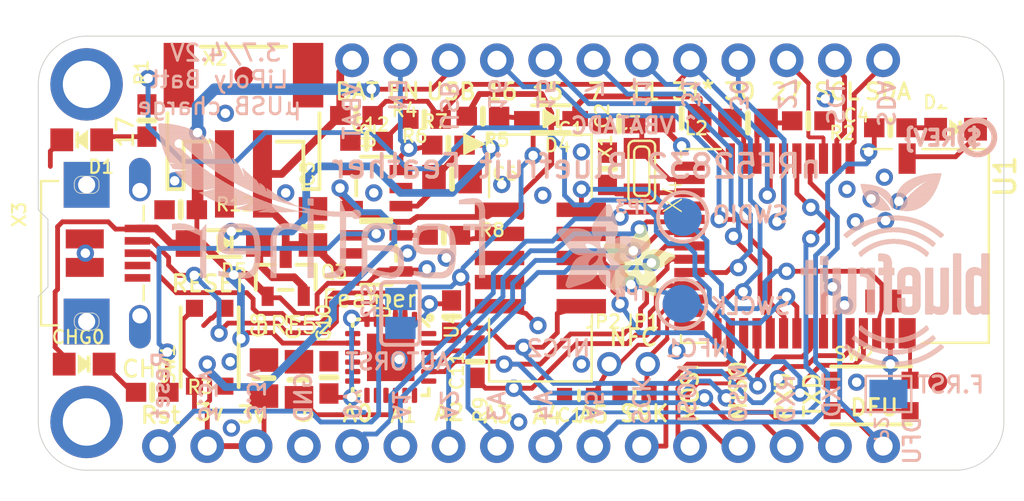
<source format=kicad_pcb>
(kicad_pcb (version 20240108) (generator "pcbnew") (generator_version "8.0")
  (layers (0 "F.Cu" signal) (31 "B.Cu" signal) (34 "B.Paste" user) (35 "F.Paste" user) (36 "B.SilkS" user "B.Silkscreen") (37 "F.SilkS" user "F.Silkscreen") (38 "B.Mask" user) (39 "F.Mask" user) (44 "Edge.Cuts" user))
  (net 0 "")
  (net 1 "GND")
  (net 2 "N$1")
  (net 3 "N$2")
  (net 4 "SWDIO")
  (net 5 "SWCLK")
  (net 6 "N$5")
  (net 7 "N$7")
  (net 8 "RESET")
  (net 9 "LED1")
  (net 10 "LED2")
  (net 11 "SWO")
  (net 12 "N$3")
  (net 13 "N$8")
  (net 14 "3.3V")
  (net 15 "SDA")
  (net 16 "SCL")
  (net 17 "A2/0.04")
  (net 18 "A3/0.05")
  (net 19 "P0.07")
  (net 20 "P0.09/NFC1")
  (net 21 "SCK")
  (net 22 "MOSI")
  (net 23 "MISO")
  (net 24 "RXD")
  (net 25 "TXD")
  (net 26 "A0/0.02")
  (net 27 "A1/0.03")
  (net 28 "A4/0.28")
  (net 29 "A5/0.29")
  (net 30 "P0.27")
  (net 31 "A6/P0.30")
  (net 32 "A7/P0.31")
  (net 33 "VBAT")
  (net 34 "VBUS")
  (net 35 "N$4")
  (net 36 "N$9")
  (net 37 "N$10")
  (net 38 "EN")
  (net 39 "USBD+")
  (net 40 "USBD-")
  (net 41 "DTR")
  (net 42 "N$11")
  (net 43 "P0.10/NFC2")
  (net 44 "P0.11")
  (net 45 "DFU")
  (net 46 "FRST")
  (net 47 "VIN")
  (net 48 "P0.15")
  (net 49 "P0.16")
  (net 50 "N$13")
  (net 51 "N$14")
  (net 52 "VCCIO")
  (footprint "Adafruit nRF52 Bluefruit Feather rev G:0603-NO" (layer "F.Cu") (at 143.421099 97.9551 180)
    (property "Reference" "C12")
    (property "Value" "1nF")
  )
  (footprint "Adafruit nRF52 Bluefruit Feather rev G:0603-NO" (layer "F.Cu") (at 128.816099 98.0186 90)
    (property "Reference" "R1")
    (property "Value" "1K")
  )
  (footprint "Adafruit nRF52 Bluefruit Feather rev G:1X01_2MM" (layer "F.Cu") (at 155.168599 110.8456)
    (property "Reference" "JP1")
    (property "Value" "")
  )
  (footprint "Adafruit nRF52 Bluefruit Feather rev G:FEATHERWING_NODIM" (layer "F.Cu") (at 123.101099 116.4336)
    (property "Reference" "MS1" (hide yes))
    (property "Value" "FEATHERWING_NODIM" (hide yes))
  )
  (footprint "Adafruit nRF52 Bluefruit Feather rev G:QFN24_4MM_SMSC" (layer "F.Cu") (at 141.643099 110.49 -90)
    (property "Reference" "U4")
    (property "Value" "CP2104")
  )
  (footprint "Adafruit nRF52 Bluefruit Feather rev G:0805-NO" (layer "F.Cu") (at 144.868899 101.1047)
    (property "Reference" "C6")
    (property "Value" "10µF")
  )
  (footprint "Adafruit nRF52 Bluefruit Feather rev G:0603-NO" (layer "F.Cu") (at 153.657299 98.1964 180)
    (property "Reference" "C1")
    (property "Value" "22pF")
  )
  (footprint "Adafruit nRF52 Bluefruit Feather rev G:0603-NO" (layer "F.Cu") (at 146.088099 110.7186 -90)
    (property "Reference" "R9")
    (property "Value" "1K")
  )
  (footprint "Adafruit nRF52 Bluefruit Feather rev G:JSTPH2" (layer "F.Cu") (at 133.896099 97.1296)
    (property "Reference" "X2")
    (property "Value" "JSTPH")
  )
  (footprint "Adafruit nRF52 Bluefruit Feather rev G:0603-NO" (layer "F.Cu") (at 144.678399 99.314)
    (property "Reference" "R5")
    (property "Value" "100K")
  )
  (footprint "Adafruit nRF52 Bluefruit Feather rev G:1X01_2MM" (layer "F.Cu") (at 153.136599 110.8456)
    (property "Reference" "JP2")
    (property "Value" "")
  )
  (footprint "Adafruit nRF52 Bluefruit Feather rev G:BTN_KMR2_4.6X2.8" (layer "F.Cu") (at 166.916099 112.4966)
    (property "Reference" "SW2")
    (property "Value" "KMR2")
  )
  (footprint "Adafruit nRF52 Bluefruit Feather rev G:0603-NO" (layer "F.Cu") (at 140.373099 99.1108)
    (property "Reference" "R6")
    (property "Value" "2M")
  )
  (footprint "Adafruit nRF52 Bluefruit Feather rev G:0805-NO" (layer "F.Cu") (at 134.975599 111.5822 90)
    (property "Reference" "C8")
    (property "Value" "10µF")
  )
  (footprint "Adafruit nRF52 Bluefruit Feather rev G:ADAFRUIT_3.5MM" (layer "F.Cu") (at 152.819099 107.2896)
    (property "Reference" "U$49" (hide yes))
    (property "Value" "" (hide yes))
  )
  (footprint "Adafruit nRF52 Bluefruit Feather rev G:0603-NO" (layer "F.Cu") (at 146.494499 97.79 180)
    (property "Reference" "R7")
    (property "Value" "10K")
  )
  (footprint "Adafruit nRF52 Bluefruit Feather rev G:CHIPLED_0805_NOOUTLINE" (layer "F.Cu") (at 125.514099 110.8456 -90)
    (property "Reference" "CHG0")
    (property "Value" "ORANGE")
  )
  (footprint "Adafruit nRF52 Bluefruit Feather rev G:BLE_MODULE_RAYTAC_MDBT42" (layer "F.Cu") (at 165.011099 104.6226 -90)
    (property "Reference" "U1")
    (property "Value" "MDBT42")
  )
  (footprint "Adafruit nRF52 Bluefruit Feather rev G:0805-NO" (layer "F.Cu") (at 160.439099 98.1456 180)
    (property "Reference" "L2")
    (property "Value" "10uH")
  )
  (footprint "Adafruit nRF52 Bluefruit Feather rev G:0603-NO" (layer "F.Cu") (at 138.391899 111.5441 90)
    (property "Reference" "C10")
    (property "Value" "0.1uF")
  )
  (footprint "Adafruit nRF52 Bluefruit Feather rev G:SOD-123" (layer "F.Cu") (at 132.880099 104.4956 180)
    (property "Reference" "D5")
    (property "Value" "MBR120")
  )
  (footprint "Adafruit nRF52 Bluefruit Feather rev G:CHIPLED_0805_NOOUTLINE" (layer "F.Cu") (at 125.387099 99.0346 90)
    (property "Reference" "D1")
    (property "Value" "RED")
  )
  (footprint "Adafruit nRF52 Bluefruit Feather rev G:FIDUCIAL_1MM" (layer "F.Cu") (at 170.421299 111.7854)
    (property "Reference" "FID3" (hide yes))
    (property "Value" "FIDUCIAL_1MM" (hide yes))
  )
  (footprint "Adafruit nRF52 Bluefruit Feather rev G:BTN_KMR2_4.6X2.8" (layer "F.Cu") (at 132.118099 109.9566 90)
    (property "Reference" "SW1")
    (property "Value" "KMR2")
  )
  (footprint "Adafruit nRF52 Bluefruit Feather rev G:SOT23-R" (layer "F.Cu") (at 136.118599 106.2736)
    (property "Reference" "Q3")
    (property "Value" "DMG3415U-7")
  )
  (footprint "Adafruit nRF52 Bluefruit Feather rev G:SOT23-5" (layer "F.Cu") (at 140.881099 105.0163 -90)
    (property "Reference" "U3")
    (property "Value" "MCP73831T-2ACI/OT")
  )
  (footprint "Adafruit nRF52 Bluefruit Feather rev G:0603-NO" (layer "F.Cu") (at 144.843499 108.3437 -90)
    (property "Reference" "C11")
    (property "Value" "0.1uF")
  )
  (footprint "Adafruit nRF52 Bluefruit Feather rev G:XTAL3215" (layer "F.Cu") (at 154.851099 100.6856 90)
    (property "Reference" "X4")
    (property "Value" "32.768")
  )
  (footprint "Adafruit nRF52 Bluefruit Feather rev G:0603-NO" (layer "F.Cu") (at 130.594099 102.7176)
    (property "Reference" "R12")
    (property "Value" "100k")
  )
  (footprint "Adafruit nRF52 Bluefruit Feather rev G:FIDUCIAL_1MM" (layer "F.Cu") (at 133.921499 95.6818)
    (property "Reference" "FID1" (hide yes))
    (property "Value" "FIDUCIAL_1MM" (hide yes))
  )
  (footprint "Adafruit nRF52 Bluefruit Feather rev G:SOD-323" (layer "F.Cu") (at 150.075899 97.917 180)
    (property "Reference" "D4")
    (property "Value" "1N4148")
  )
  (footprint "Adafruit nRF52 Bluefruit Feather rev G:0603-NO" (layer "F.Cu") (at 153.047699 100.5586 90)
    (property "Reference" "C2")
    (property "Value" "22pF")
  )
  (footprint "Adafruit nRF52 Bluefruit Feather rev G:0805-NO" (layer "F.Cu") (at 136.817099 111.6711 90)
    (property "Reference" "C7")
    (property "Value" "10uf")
  )
  (footprint "Adafruit nRF52 Bluefruit Feather rev G:CHIPLED_0805_NOOUTLINE" (layer "F.Cu") (at 171.361099 98.4758 -90)
    (property "Reference" "D2")
    (property "Value" "BLUE")
  )
  (footprint "Adafruit nRF52 Bluefruit Feather rev G:0603-NO" (layer "F.Cu") (at 139.839699 97.7519)
    (property "Reference" "R4")
    (property "Value" "806K")
  )
  (footprint "Adafruit nRF52 Bluefruit Feather rev G:0603-NO" (layer "F.Cu") (at 167.932099 98.3996 180)
    (property "Reference" "R2")
    (property "Value" "1K")
  )
  (footprint "Adafruit nRF52 Bluefruit Feather rev G:0805-NO" (layer "F.Cu") (at 137.553699 103.6193 90)
    (property "Reference" "C5")
    (property "Value" "10µF")
  )
  (footprint "Adafruit nRF52 Bluefruit Feather rev G:_0603MP" (layer "F.Cu") (at 151.549099 112.4966 180)
    (property "Reference" "C13")
    (property "Value" "300pF")
  )
  (footprint "Adafruit nRF52 Bluefruit Feather rev G:_0603MP" (layer "F.Cu") (at 154.470099 112.3696 180)
    (property "Reference" "C9")
    (property "Value" "300pF")
  )
  (footprint "Adafruit nRF52 Bluefruit Feather rev G:SOT23-5" (layer "F.Cu") (at 140.881099 101.5746 90)
    (property "Reference" "U2")
    (property "Value" "AP2112(3.3V)")
  )
  (footprint "Adafruit nRF52 Bluefruit Feather rev G:2X05_1.27MM_BOX_POSTS" (layer "F.Cu") (at 149.517099 105.2576 -90)
    (property "Reference" "X1")
    (property "Value" "4u20317")
  )
  (footprint "Adafruit nRF52 Bluefruit Feather rev G:0805-NO" (layer "F.Cu") (at 156.946599 97.8916 180)
    (property "Reference" "C3")
    (property "Value" "10uF")
  )
  (footprint "Adafruit nRF52 Bluefruit Feather rev G:0603-NO" (layer "F.Cu") (at 163.614099 98.0313)
    (property "Reference" "C4")
    (property "Value" "1uF")
  )
  (footprint "Adafruit nRF52 Bluefruit Feather rev G:0603-NO" (layer "F.Cu") (at 129.095499 112.3315)
    (property "Reference" "R3")
    (property "Value" "1K")
  )
  (footprint "Adafruit nRF52 Bluefruit Feather rev G:4UCONN_20329_V2" (layer "F.Cu") (at 127.546099 105.0036 -90)
    (property "Reference" "X3")
    (property "Value" "4u20329")
    (fp_line (start -3.5 2.55) (end -3.7 2.55) (stroke (width 0.05)) (layer "Edge.Cuts"))
    (fp_line (start 3.15 2.2) (end 3.15 1.6) (stroke (width 0.05)) (layer "Edge.Cuts"))
    (fp_line (start -4.05 2.15) (end -4.05 1.6) (stroke (width 0.05)) (layer "Edge.Cuts"))
    (fp_line (start -3.15 1.6) (end -3.15 2.15) (stroke (width 0.05)) (layer "Edge.Cuts"))
    (fp_line (start 4.05 1.6) (end 4.05 2.2) (stroke (width 0.05)) (layer "Edge.Cuts"))
    (fp_line (start -3.7 1.25) (end -3.5 1.25) (stroke (width 0.05)) (layer "Edge.Cuts"))
    (fp_arc (start -3.7 2.55) (mid -3.957843 2.422487) (end -4.05 2.15) (stroke (width 0.05)) (layer "Edge.Cuts"))
    (fp_arc (start 3.6 2.55) (mid 3.302513 2.468198) (end 3.15 2.2) (stroke (width 0.05)) (layer "Edge.Cuts"))
    (fp_arc (start 4.05 2.2) (mid 3.897487 2.468198) (end 3.6 2.55) (stroke (width 0.05)) (layer "Edge.Cuts"))
    (fp_arc (start -3.15 2.15) (mid -3.242157 2.422487) (end -3.5 2.55) (stroke (width 0.05)) (layer "Edge.Cuts"))
    (fp_arc (start -4.05 1.6) (mid -3.947487 1.352513) (end -3.7 1.25) (stroke (width 0.05)) (layer "Edge.Cuts"))
    (fp_arc (start 3.15 1.6) (mid 3.302513 1.331802) (end 3.6 1.25) (stroke (width 0.05)) (layer "Edge.Cuts"))
    (fp_arc (start -3.5 1.25) (mid -3.252513 1.352513) (end -3.15 1.6) (stroke (width 0.05)) (layer "Edge.Cuts"))
    (fp_arc (start 3.6 1.25) (mid 3.897487 1.331802) (end 4.05 1.6) (stroke (width 0.05)) (layer "Edge.Cuts"))
  )
  (footprint "Adafruit nRF52 Bluefruit Feather rev G:0603-NO" (layer "F.Cu") (at 144.437099 104.0638)
    (property "Reference" "R8")
    (property "Value" "10K")
  )
  (footprint "Adafruit nRF52 Bluefruit Feather rev G:PAD-1.5X2.0" (layer "B.Cu") (at 167.830499 112.4204 -90)
    (property "Reference" "TP2")
    (property "Value" "FRST")
  )
  (footprint "Adafruit nRF52 Bluefruit Feather rev G:FEATHERLOGO_MED" (layer "B.Cu") (at 147.231099 106.4006 180)
    (property "Reference" "U$46" (hide yes))
    (property "Value" "" (hide yes))
  )
  (footprint "Adafruit nRF52 Bluefruit Feather rev G:ADAFRUIT_5MM" (layer "B.Cu") (at 150.406099 107.2896 90)
    (property "Reference" "U$47" (hide yes))
    (property "Value" "" (hide yes))
  )
  (footprint "Adafruit nRF52 Bluefruit Feather rev G:TESTPOINT_ROUND_2MM" (layer "B.Cu") (at 157.010099 103.0986 180)
    (property "Reference" "TP3")
    (property "Value" "")
  )
  (footprint "Adafruit nRF52 Bluefruit Feather rev G:SOLDERJUMPER_CLOSEDWIRE" (layer "B.Cu") (at 142.151099 108.1786 -90)
    (property "Reference" "SJ2")
    (property "Value" "BAT")
  )
  (footprint "Adafruit nRF52 Bluefruit Feather rev G:PCBFEAT-REV-040" (layer "B.Cu") (at 172.504099 98.9076 180)
    (property "Reference" "U$17" (hide yes))
    (property "Value" "" (hide yes))
  )
  (footprint "Adafruit nRF52 Bluefruit Feather rev G:BLUEFRUITLOGO_100MM" (layer "B.Cu") (at 173.139099 110.9726 180)
    (property "Reference" "U$45" (hide yes))
    (property "Value" "" (hide yes))
  )
  (footprint "Adafruit nRF52 Bluefruit Feather rev G:TESTPOINT_ROUND_2MM" (layer "B.Cu") (at 156.946599 107.6706 180)
    (property "Reference" "TP4")
    (property "Value" "")
  )
  (gr_line (start 171.361099 116.4336) (end 125.641099 116.4336) (stroke (width 0.05)) (layer "Edge.Cuts"))
  (gr_arc (start 173.901099 113.8936) (mid 173.15715 115.689651) (end 171.361099 116.4336) (stroke (width 0.05)) (layer "Edge.Cuts"))
  (gr_line (start 173.901099 96.1136) (end 173.901099 113.8936) (stroke (width 0.05)) (layer "Edge.Cuts"))
  (gr_line (start 123.101099 102.7176) (end 123.101099 96.1136) (stroke (width 0.05)) (layer "Edge.Cuts"))
  (gr_arc (start 123.101099 96.1136) (mid 123.845048 94.317549) (end 125.6411 93.573601) (stroke (width 0.05)) (layer "Edge.Cuts"))
  (gr_arc (start 171.361099 93.5736) (mid 173.157151 94.317549) (end 173.9011 96.113601) (stroke (width 0.05)) (layer "Edge.Cuts"))
  (gr_line (start 123.609099 106.7816) (end 123.609099 103.2256) (stroke (width 0.05)) (layer "Edge.Cuts"))
  (gr_line (start 123.609099 103.2256) (end 123.101099 102.7176) (stroke (width 0.05)) (layer "Edge.Cuts"))
  (gr_line (start 123.101099 113.8936) (end 123.101099 107.2896) (stroke (width 0.05)) (layer "Edge.Cuts"))
  (gr_line (start 123.101099 107.2896) (end 123.609099 106.7816) (stroke (width 0.05)) (layer "Edge.Cuts"))
  (gr_arc (start 125.641099 116.4336) (mid 123.845048 115.689651) (end 123.101099 113.8936) (stroke (width 0.05)) (layer "Edge.Cuts"))
  (gr_line (start 125.641099 93.5736) (end 171.361099 93.5736) (stroke (width 0.05)) (layer "Edge.Cuts"))
  (gr_text "EN" (at 142.049499 96.6597 90) (layer "B.SilkS") (effects (font (size 0.8636 0.8636) (thickness 0.1524)) (justify mirror)))
  (gr_text "MOSI" (at 157.264099 112.3696 90) (layer "B.SilkS") (effects (font (size 0.8636 0.8636) (thickness 0.1524)) (justify mirror)))
  (gr_text "7" (at 152.311099 96.3676 270) (layer "B.SilkS") (effects (font (size 0.8636 0.8636) (thickness 0.1524)) (justify mirror)))
  (gr_text "SCK" (at 154.787599 112.7506 270) (layer "B.SilkS") (effects (font (size 0.8636 0.8636) (thickness 0.1524)) (justify mirror)))
  (gr_text "A0" (at 139.674599 112.9665 90) (layer "B.SilkS") (effects (font (size 0.8636 0.8636) (thickness 0.1524)) (justify mirror)))
  (gr_text "F.RST" (at 171.107099 111.9378 0) (layer "B.SilkS") (effects (font (size 0.8636 0.8636) (thickness 0.1524)) (justify mirror)))
  (gr_text "A2" (at 144.691099 112.9792 270) (layer "B.SilkS") (effects (font (size 0.8636 0.8636) (thickness 0.1524)) (justify mirror)))
  (gr_text "SDA" (at 167.678099 97.1296 270) (layer "B.SilkS") (effects (font (size 0.8636 0.8636) (thickness 0.1524)) (justify mirror)))
  (gr_text "AUTORST" (at 142.024099 110.7186 0) (layer "B.SilkS") (effects (font (size 0.85344 0.85344) (thickness 0.16256)) (justify mirror)))
  (gr_text "MISO" (at 159.931099 112.3696 90) (layer "B.SilkS") (effects (font (size 0.8636 0.8636) (thickness 0.1524)) (justify mirror)))
  (gr_text "Reset" (at 129.552699 111.9378 90) (layer "B.SilkS") (effects (font (size 0.8636 0.8636) (thickness 0.1524)) (justify mirror)))
  (gr_text "A3" (at 147.231099 113.0681 90) (layer "B.SilkS") (effects (font (size 0.8636 0.8636) (thickness 0.1524)) (justify mirror)))
  (gr_text "3.3v" (at 131.991099 112.4966 270) (layer "B.SilkS") (effects (font (size 0.8636 0.8636) (thickness 0.1524)) (justify mirror)))
  (gr_text "31" (at 157.391099 96.4946 270) (layer "B.SilkS") (effects (font (size 0.8636 0.8636) (thickness 0.1524)) (justify mirror)))
  (gr_text "27" (at 162.471099 96.6216 270) (layer "B.SilkS") (effects (font (size 0.8636 0.8636) (thickness 0.1524)) (justify mirror)))
  (gr_text "RXD" (at 162.458399 112.6744 90) (layer "B.SilkS") (effects (font (size 0.8636 0.8636) (thickness 0.1524)) (justify mirror)))
  (gr_text "3.3v" (at 134.531099 112.4331 270) (layer "B.SilkS") (effects (font (size 0.8636 0.8636) (thickness 0.1524)) (justify mirror)))
  (gr_text "A5" (at 152.311099 113.0046 270) (layer "B.SilkS") (effects (font (size 0.8636 0.8636) (thickness 0.1524)) (justify mirror)))
  (gr_text "A1" (at 142.176499 112.9665 270) (layer "B.SilkS") (effects (font (size 0.8636 0.8636) (thickness 0.1524)) (justify mirror)))
  (gr_text "USB" (at 144.691099 97.2566 270) (layer "B.SilkS") (effects (font (size 0.8636 0.8636) (thickness 0.1524)) (justify mirror)))
  (gr_text "NFC2" (at 150.469599 110.0201 0) (layer "B.SilkS") (effects (font (size 0.8636 0.8636) (thickness 0.1524)) (justify mirror)))
  (gr_text "nRF52832 Bluefruit Feather" (at 151.422099 100.4316 0) (layer "B.SilkS") (effects (font (size 1.223264 1.223264) (thickness 0.199136)) (justify mirror)))
  (gr_text "SWDIO" (at 160.566099 102.9716 0) (layer "B.SilkS") (effects (font (size 0.85344 0.85344) (thickness 0.16256)) (justify mirror)))
  (gr_text "11" (at 154.851099 96.4946 270) (layer "B.SilkS") (effects (font (size 0.8636 0.8636) (thickness 0.1524)) (justify mirror)))
  (gr_text "16" (at 147.231099 96.6216 270) (layer "B.SilkS") (effects (font (size 0.8636 0.8636) (thickness 0.1524)) (justify mirror)))
  (gr_text "VBAT" (at 139.611099 97.5106 90) (layer "B.SilkS") (effects (font (size 0.8636 0.8636) (thickness 0.1524)) (justify mirror)))
  (gr_text "SCL" (at 165.011099 97.028 270) (layer "B.SilkS") (effects (font (size 0.8636 0.8636) (thickness 0.1524)) (justify mirror)))
  (gr_text "3.7/4.2V \nLiPoly Batt\nµUSB charge" (at 132.626099 95.8596 0) (layer "B.SilkS") (effects (font (size 0.87376 0.87376) (thickness 0.14224)) (justify mirror)))
  (gr_text "A4" (at 149.694899 113.03 90) (layer "B.SilkS") (effects (font (size 0.8636 0.8636) (thickness 0.1524)) (justify mirror)))
  (gr_text "NFC1" (at 157.772099 110.0201 0) (layer "B.SilkS") (effects (font (size 0.8636 0.8636) (thickness 0.1524)) (justify mirror)))
  (gr_text "15" (at 149.771099 96.6216 270) (layer "B.SilkS") (effects (font (size 0.8636 0.8636) (thickness 0.1524)) (justify mirror)))
  (gr_text "DFU" (at 169.075099 114.8715 90) (layer "B.SilkS") (effects (font (size 0.8636 0.8636) (thickness 0.1524)) (justify mirror)))
  (gr_text "TXD" (at 164.845999 112.4839 90) (layer "B.SilkS") (effects (font (size 0.8636 0.8636) (thickness 0.1524)) (justify mirror)))
  (gr_text "30" (at 159.931099 96.6724 270) (layer "B.SilkS") (effects (font (size 0.8636 0.8636) (thickness 0.1524)) (justify mirror)))
  (gr_text "^ VBATADC" (at 157.772099 98.7806 0) (layer "B.SilkS") (effects (font (size 0.85344 0.85344) (thickness 0.16256)) (justify left bottom mirror)))
  (gr_text "SWCLK" (at 160.566099 107.7976 0) (layer "B.SilkS") (effects (font (size 0.85344 0.85344) (thickness 0.16256)) (justify mirror)))
  (gr_text "GND" (at 137.045699 112.5855 90) (layer "B.SilkS") (effects (font (size 0.8636 0.8636) (thickness 0.1524)) (justify mirror)))
  (gr_text "CHG" (at 127.419099 111.6076 0) (layer "F.SilkS") (effects (font (size 0.87376 0.87376) (thickness 0.14224)) (justify left bottom)))
  (gr_text "MISO" (at 159.931099 112.2426 90) (layer "F.SilkS") (effects (font (size 0.8636 0.8636) (thickness 0.1524))))
  (gr_text "3v" (at 132.118099 113.3856 0) (layer "F.SilkS") (effects (font (size 0.8636 0.8636) (thickness 0.1524))))
  (gr_text "USB" (at 144.818099 96.4946 0) (layer "F.SilkS") (effects (font (size 0.8636 0.8636) (thickness 0.1524))))
  (gr_text "A1" (at 142.316199 113.538 0) (layer "F.SilkS") (effects (font (size 0.75565 0.75565) (thickness 0.13335))))
  (gr_text "SCL" (at 165.112699 96.4946 0) (layer "F.SilkS") (effects (font (size 0.8636 0.8636) (thickness 0.1524))))
  (gr_text "MOSI" (at 157.391099 112.3696 90) (layer "F.SilkS") (effects (font (size 0.8636 0.8636) (thickness 0.1524))))
  (gr_text "16" (at 147.485099 96.4946 0) (layer "F.SilkS") (effects (font (size 0.8636 0.8636) (thickness 0.1524))))
  (gr_text "A3" (at 147.294599 113.5126 0) (layer "F.SilkS") (effects (font (size 0.8636 0.8636) (thickness 0.1524))))
  (gr_text "Feather" (at 137.960099 107.9246 0) (layer "F.SilkS") (effects (font (size 0.89408 0.89408) (thickness 0.12192)) (justify left bottom)))
  (gr_text "15" (at 149.898099 96.4946 0) (layer "F.SilkS") (effects (font (size 0.8636 0.8636) (thickness 0.1524))))
  (gr_text "SDA" (at 167.805099 96.4946 0) (layer "F.SilkS") (effects (font (size 0.8636 0.8636) (thickness 0.1524))))
  (gr_text "Rst" (at 129.527299 113.538 0) (layer "F.SilkS") (effects (font (size 0.8636 0.8636) (thickness 0.1524))))
  (gr_text "A4" (at 149.872699 113.5634 0) (layer "F.SilkS") (effects (font (size 0.8636 0.8636) (thickness 0.1524))))
  (gr_text "7" (at 152.438099 96.4946 0) (layer "F.SilkS") (effects (font (size 0.8636 0.8636) (thickness 0.1524))))
  (gr_text "11" (at 154.978099 96.4946 0) (layer "F.SilkS") (effects (font (size 0.8636 0.8636) (thickness 0.1524))))
  (gr_text "nRF52" (at 134.404099 109.3216 0) (layer "F.SilkS") (effects (font (size 0.89408 0.89408) (thickness 0.12192)) (justify left bottom)))
  (gr_text "G" (at 137.096499 113.5507 90) (layer "F.SilkS") (effects (font (size 0.8636 0.8636) (thickness 0.1524))))
  (gr_text "3v" (at 134.340599 113.5126 0) (layer "F.SilkS") (effects (font (size 0.8636 0.8636) (thickness 0.1524))))
  (gr_text "31" (at 157.264099 96.4946 0) (layer "F.SilkS") (effects (font (size 0.8636 0.8636) (thickness 0.1524))))
  (gr_text "30" (at 160.007299 96.4946 0) (layer "F.SilkS") (effects (font (size 0.8636 0.8636) (thickness 0.1524))))
  (gr_text "A5" (at 152.311099 113.5126 0) (layer "F.SilkS") (effects (font (size 0.8636 0.8636) (thickness 0.1524))))
  (gr_text "DFU" (at 167.081199 113.1316 0) (layer "F.SilkS") (effects (font (size 0.8636 0.8636) (thickness 0.1524))))
  (gr_text "A0" (at 139.903199 113.4491 0) (layer "F.SilkS") (effects (font (size 0.8636 0.8636) (thickness 0.1524))))
  (gr_text "BAT" (at 139.865099 96.4946 0) (layer "F.SilkS") (effects (font (size 0.8636 0.8636) (thickness 0.1524))))
  (gr_text "27" (at 162.471099 96.4946 0) (layer "F.SilkS") (effects (font (size 0.8636 0.8636) (thickness 0.1524))))
  (gr_text "A2" (at 144.716499 113.3856 0) (layer "F.SilkS") (effects (font (size 0.8636 0.8636) (thickness 0.1524))))
  (gr_text "SCK" (at 154.978099 113.4491 0) (layer "F.SilkS") (effects (font (size 0.8636 0.8636) (thickness 0.1524))))
  (gr_text "TXD" (at 163.829999 112.4839 90) (layer "F.SilkS") (effects (font (size 0.8636 0.8636) (thickness 0.1524))))
  (gr_text "17" (at 128.181099 99.5426 90) (layer "F.SilkS") (effects (font (size 0.87376 0.87376) (thickness 0.14224)) (justify left bottom)))
  (gr_text "RESET" (at 132.067299 106.6038 0) (layer "F.SilkS") (effects (font (size 0.8636 0.8636) (thickness 0.1524))))
  (gr_text "RXD" (at 162.331399 112.5474 90) (layer "F.SilkS") (effects (font (size 0.8636 0.8636) (thickness 0.1524))))
  (gr_text "EN" (at 142.316199 96.4692 0) (layer "F.SilkS") (effects (font (size 0.8636 0.8636) (thickness 0.1524))))
  (gr_text "NFC" (at 154.406599 109.4486 0) (layer "F.SilkS") (effects (font (size 0.8636 0.8636) (thickness 0.1524))))
  (gr_text "*" (at 157.899099 96.8756 0) (layer "F.SilkS") (effects (font (size 0.85344 0.85344) (thickness 0.16256)) (justify left bottom)))
  (segment (start 171.361099 99.9236) (end 172.411099 98.8736) (width 0.254) (layer "F.Cu") (net 1))
  (segment (start 142.393099 108.49) (end 142.393099 107.7461) (width 0.254) (layer "F.Cu") (net 1))
  (segment (start 141.223099 99.1108) (end 142.124799 98.2091) (width 0.254) (layer "F.Cu") (net 1))
  (segment (start 168.966099 109.3776) (end 168.966099 111.6966) (width 0.2032) (layer "F.Cu") (net 1))
  (segment (start 168.811099 109.2226) (end 168.966099 109.3776) (width 0.2032) (layer "F.Cu") (net 1))
  (segment (start 142.393099 110.2861) (end 142.087599 110.5916) (width 0.254) (layer "F.Cu") (net 1))
  (segment (start 134.975599 110.6322) (end 134.635199 110.9726) (width 0.254) (layer "F.Cu") (net 1))
  (segment (start 155.996599 98.4021) (end 156.946599 99.3521) (width 0.3048) (layer "F.Cu") (net 1))
  (segment (start 147.367099 107.7976) (end 148.755099 108.1786) (width 0.254) (layer "F.Cu") (net 1))
  (segment (start 142.124799 98.2091) (end 142.571099 97.9551) (width 0.254) (layer "F.Cu") (net 1))
  (segment (start 142.393099 108.49) (end 142.393099 110.2861) (width 0.254) (layer "F.Cu") (net 1))
  (segment (start 132.245099 108.4326) (end 132.181599 108.4326) (width 0.254) (layer "F.Cu") (net 1))
  (segment (start 145.287099 104.3686) (end 145.287099 104.0638) (width 0.254) (layer "F.Cu") (net 1))
  (segment (start 168.811099 99.9236) (end 171.361099 99.9236) (width 0.254) (layer "F.Cu") (net 1))
  (segment (start 132.181599 108.4326) (end 131.800599 108.8136) (width 0.254) (layer "F.Cu") (net 1))
  (segment (start 132.918099 107.9066) (end 132.771099 107.9066) (width 0.254) (layer "F.Cu") (net 1))
  (segment (start 124.337099 99.0346) (end 123.736099 99.6356) (width 0.254) (layer "F.Cu") (net 1))
  (segment (start 132.771099 107.9066) (end 132.245099 108.4326) (width 0.254) (layer "F.Cu") (net 1))
  (segment (start 123.736099 99.6356) (end 123.736099 100.4316) (width 0.254) (layer "F.Cu") (net 1))
  (segment (start 147.367099 103.9876) (end 145.287099 104.3686) (width 0.254) (layer "F.Cu") (net 1))
  (segment (start 148.755099 108.1786) (end 149.390099 108.8136) (width 0.254) (layer "F.Cu") (net 1))
  (segment (start 172.411099 98.8736) (end 172.411099 98.4758) (width 0.254) (layer "F.Cu") (net 1))
  (segment (start 155.996599 97.8916) (end 155.996599 98.4021) (width 0.3048) (layer "F.Cu") (net 1))
  (segment (start 142.393099 107.7461) (end 142.532099 107.6071) (width 0.254) (layer "F.Cu") (net 1))
  (segment (start 168.811099 99.9236) (end 168.811099 100.0226) (width 0.254) (layer "F.Cu") (net 1))
  (via (at 156.692599 110.1471) (size 0.9064) (drill 0.5) (layers "F.Cu" "B.Cu") (net 1))
  (via (at 133.261099 114.2111) (size 0.9064) (drill 0.5) (layers "F.Cu" "B.Cu") (net 1))
  (via (at 130.276599 101.1936) (size 0.9064) (drill 0.5) (layers "F.Cu" "B.Cu") (net 1))
  (via (at 125.577599 105.0036) (size 0.9064) (drill 0.5) (layers "F.Cu" "B.Cu") (net 1))
  (via (at 133.197599 110.7186) (size 0.9064) (drill 0.5) (layers "F.Cu" "B.Cu") (net 1))
  (via (at 132.943599 97.6376) (size 0.9064) (drill 0.5) (layers "F.Cu" "B.Cu") (net 1))
  (via (at 149.644099 101.9556) (size 0.9064) (drill 0.5) (layers "F.Cu" "B.Cu") (net 1))
  (via (at 168.376599 102.2731) (size 0.9064) (drill 0.5) (layers "F.Cu" "B.Cu") (net 1))
  (via (at 144.564099 105.2576) (size 0.9064) (drill 0.5) (layers "F.Cu" "B.Cu") (net 1))
  (via (at 166.154099 111.7981) (size 0.9064) (drill 0.5) (layers "F.Cu" "B.Cu") (net 1))
  (via (at 151.676099 99.6696) (size 0.9064) (drill 0.5) (layers "F.Cu" "B.Cu") (net 1))
  (via (at 142.532099 105.0036) (size 0.9064) (drill 0.5) (layers "F.Cu" "B.Cu") (net 1))
  (via (at 151.676099 110.8456) (size 0.9064) (drill 0.5) (layers "F.Cu" "B.Cu") (net 1))
  (via (at 149.390099 108.8136) (size 0.9064) (drill 0.5) (layers "F.Cu" "B.Cu") (net 1))
  (via (at 136.118599 101.8286) (size 0.9064) (drill 0.5) (layers "F.Cu" "B.Cu") (net 1))
  (via (at 166.916099 102.1461) (size 0.9064) (drill 0.5) (layers "F.Cu" "B.Cu") (net 1))
  (via (at 165.646099 101.6381) (size 0.9064) (drill 0.5) (layers "F.Cu" "B.Cu") (net 1))
  (via (at 140.754099 101.8286) (size 0.9064) (drill 0.5) (layers "F.Cu" "B.Cu") (net 1))
  (via (at 156.946599 99.3521) (size 0.9064) (drill 0.5) (layers "F.Cu" "B.Cu") (net 1))
  (via (at 147.485099 101.3841) (size 0.9064) (drill 0.5) (layers "F.Cu" "B.Cu") (net 1))
  (via (at 142.087599 110.5916) (size 0.9064) (drill 0.5) (layers "F.Cu" "B.Cu") (net 1))
  (via (at 167.678099 103.2891) (size 0.9064) (drill 0.5) (layers "F.Cu" "B.Cu") (net 1))
  (via (at 166.090599 103.3526) (size 0.9064) (drill 0.5) (layers "F.Cu" "B.Cu") (net 1))
  (via (at 167.614599 101.0031) (size 0.9064) (drill 0.5) (layers "F.Cu" "B.Cu") (net 1))
  (via (at 164.503099 96.8756) (size 0.9064) (drill 0.5) (layers "F.Cu" "B.Cu") (net 1))
  (via (at 148.374099 113.8936) (size 0.9064) (drill 0.5) (layers "F.Cu" "B.Cu") (net 1))
  (segment (start 139.230099 113.3856) (end 140.246099 113.3856) (width 0.254) (layer "B.Cu") (net 1))
  (segment (start 157.361099 101.1226) (end 156.304099 101.1226) (width 0.254) (layer "F.Cu") (net 2))
  (segment (start 154.851099 98.5402) (end 154.851099 99.4856) (width 0.254) (layer "F.Cu") (net 2))
  (segment (start 154.851099 99.6696) (end 154.851099 99.4856) (width 0.254) (layer "F.Cu") (net 2))
  (segment (start 156.304099 101.1226) (end 154.851099 99.6696) (width 0.254) (layer "F.Cu") (net 2))
  (segment (start 154.507299 98.1964) (end 154.851099 98.5402) (width 0.254) (layer "F.Cu") (net 2))
  (segment (start 154.914099 101.8226) (end 154.851099 101.8856) (width 0.254) (layer "F.Cu") (net 3))
  (segment (start 153.524699 101.8856) (end 154.851099 101.8856) (width 0.254) (layer "F.Cu") (net 3))
  (segment (start 157.361099 101.8226) (end 154.914099 101.8226) (width 0.254) (layer "F.Cu") (net 3))
  (segment (start 153.047699 101.4086) (end 153.524699 101.8856) (width 0.254) (layer "F.Cu") (net 3))
  (segment (start 166.789099 105.9561) (end 162.471099 105.9561) (width 0.254) (layer "F.Cu") (net 4))
  (segment (start 167.487599 107.9246) (end 167.487599 106.6546) (width 0.254) (layer "F.Cu") (net 4))
  (segment (start 167.211099 109.2226) (end 167.211099 108.8996) (width 0.254) (layer "F.Cu") (net 4))
  (segment (start 167.211099 108.8996) (end 167.487599 107.9246) (width 0.2032) (layer "F.Cu") (net 4))
  (segment (start 167.487599 106.6546) (end 166.789099 105.9561) (width 0.254) (layer "F.Cu") (net 4))
  (segment (start 151.676099 103.0896) (end 151.676099 101.6381) (width 0.254) (layer "F.Cu") (net 4))
  (segment (start 151.667099 102.7176) (end 151.676099 103.0896) (width 0.254) (layer "F.Cu") (net 4))
  (via (at 151.676099 101.6381) (size 0.9064) (drill 0.5) (layers "F.Cu" "B.Cu") (net 4))
  (via (at 162.471099 105.9561) (size 0.9064) (drill 0.5) (layers "F.Cu" "B.Cu") (net 4))
  (segment (start 158.280099 104.3686) (end 157.010099 103.0986) (width 0.254) (layer "B.Cu") (net 4))
  (segment (start 159.042099 107.2896) (end 159.042099 106.6546) (width 0.254) (layer "B.Cu") (net 4))
  (segment (start 160.947099 107.9246) (end 159.677099 107.9246) (width 0.254) (layer "B.Cu") (net 4))
  (segment (start 161.899599 105.9561) (end 162.471099 105.9561) (width 0.254) (layer "B.Cu") (net 4))
  (segment (start 159.042099 107.2896) (end 159.677099 107.9246) (width 0.254) (layer "B.Cu") (net 4))
  (segment (start 160.947099 107.9246) (end 161.328099 107.5436) (width 0.254) (layer "B.Cu") (net 4))
  (segment (start 156.883099 103.3526) (end 156.914849 103.38435) (width 0.3048) (layer "B.Cu") (net 4))
  (segment (start 156.883099 103.2256) (end 157.010099 103.0986) (width 0.254) (layer "B.Cu") (net 4))
  (segment (start 158.280099 105.8926) (end 158.280099 104.3686) (width 0.254) (layer "B.Cu") (net 4))
  (segment (start 161.328099 106.5276) (end 161.899599 105.9561) (width 0.254) (layer "B.Cu") (net 4))
  (segment (start 156.883099 103.3526) (end 156.883099 103.2256) (width 0.254) (layer "B.Cu") (net 4))
  (segment (start 155.168599 101.6381) (end 156.883099 103.3526) (width 0.254) (layer "B.Cu") (net 4))
  (segment (start 161.328099 107.5436) (end 161.328099 106.5276) (width 0.254) (layer "B.Cu") (net 4))
  (segment (start 159.042099 106.6546) (end 158.280099 105.8926) (width 0.254) (layer "B.Cu") (net 4))
  (segment (start 151.676099 101.6381) (end 155.168599 101.6381) (width 0.254) (layer "B.Cu") (net 4))
  (segment (start 153.581099 103.9876) (end 153.581099 105.1306) (width 0.254) (layer "F.Cu") (net 5))
  (segment (start 153.517599 105.2576) (end 153.835099 105.5751) (width 0.254) (layer "F.Cu") (net 5))
  (segment (start 164.249099 110.9091) (end 163.169599 111.9886) (width 0.254) (layer "F.Cu") (net 5))
  (segment (start 151.667099 103.9876) (end 153.581099 103.9876) (width 0.254) (layer "F.Cu") (net 5))
  (segment (start 166.027099 110.9091) (end 166.511099 110.4251) (width 0.254) (layer "F.Cu") (net 5))
  (segment (start 153.835099 106.0196) (end 154.279599 106.4641) (width 0.254) (layer "F.Cu") (net 5))
  (segment (start 166.027099 110.9091) (end 164.249099 110.9091) (width 0.254) (layer "F.Cu") (net 5))
  (segment (start 153.581099 105.1306) (end 153.517599 105.2576) (width 0.254) (layer "F.Cu") (net 5))
  (segment (start 166.511099 110.4251) (end 166.511099 109.2226) (width 0.254) (layer "F.Cu") (net 5))
  (segment (start 163.169599 111.9886) (end 163.169599 112.3696) (width 0.254) (layer "F.Cu") (net 5))
  (segment (start 154.279599 106.4641) (end 154.279599 106.6546) (width 0.254) (layer "F.Cu") (net 5))
  (segment (start 153.835099 105.5751) (end 153.835099 106.0196) (width 0.254) (layer "F.Cu") (net 5))
  (via (at 154.279599 106.6546) (size 0.9064) (drill 0.5) (layers "F.Cu" "B.Cu") (net 5))
  (via (at 163.169599 112.3696) (size 0.9064) (drill 0.5) (layers "F.Cu" "B.Cu") (net 5))
  (segment (start 156.438599 107.1626) (end 154.279599 106.6546) (width 0.254) (layer "B.Cu") (net 5))
  (segment (start 163.169599 111.5441) (end 163.169599 112.3696) (width 0.254) (layer "B.Cu") (net 5))
  (segment (start 160.883599 110.7186) (end 157.835599 107.6706) (width 0.254) (layer "B.Cu") (net 5))
  (segment (start 160.883599 110.7186) (end 162.344099 110.7186) (width 0.254) (layer "B.Cu") (net 5))
  (segment (start 157.835599 107.6706) (end 156.946599 107.6706) (width 0.254) (layer "B.Cu") (net 5))
  (segment (start 162.344099 110.7186) (end 163.169599 111.5441) (width 0.254) (layer "B.Cu") (net 5))
  (segment (start 156.946599 107.6706) (end 156.438599 107.1626) (width 0.254) (layer "B.Cu") (net 5))
  (segment (start 126.603099 98.8686) (end 128.816099 98.8686) (width 0.254) (layer "F.Cu") (net 6))
  (segment (start 126.437099 99.0346) (end 126.603099 98.8686) (width 0.254) (layer "F.Cu") (net 6))
  (segment (start 168.782099 98.3996) (end 170.311099 98.3996) (width 0.254) (layer "F.Cu") (net 7))
  (segment (start 170.311099 98.3996) (end 170.311099 98.4758) (width 0.254) (layer "F.Cu") (net 7))
  (segment (start 148.628099 109.9566) (end 149.644099 109.9566) (width 0.254) (layer "F.Cu") (net 8))
  (segment (start 162.026599 111.3536) (end 162.026599 111.6076) (width 0.254) (layer "F.Cu") (net 8))
  (segment (start 146.723099 108.9406) (end 147.739099 109.9566) (width 0.254) (layer "F.Cu") (net 8))
  (segment (start 150.406099 108.1786) (end 151.667099 107.7976) (width 0.254) (layer "F.Cu") (net 8))
  (segment (start 131.318099 107.9066) (end 130.721099 108.5036) (width 0.254) (layer "F.Cu") (net 8))
  (segment (start 130.721099 108.5036) (end 130.721099 111.0996) (width 0.254) (layer "F.Cu") (net 8))
  (segment (start 145.961099 108.9406) (end 145.707099 108.6866) (width 0.254) (layer "F.Cu") (net 8))
  (segment (start 147.739099 109.9566) (end 148.628099 109.9566) (width 0.254) (layer "F.Cu") (net 8))
  (segment (start 149.644099 109.9566) (end 150.406099 109.1946) (width 0.254) (layer "F.Cu") (net 8))
  (segment (start 145.707099 108.6866) (end 145.707099 106.6546) (width 0.254) (layer "F.Cu") (net 8))
  (segment (start 165.811099 110.1091) (end 165.811099 109.2226) (width 0.254) (layer "F.Cu") (net 8))
  (segment (start 163.487099 110.9726) (end 164.058599 110.4011) (width 0.254) (layer "F.Cu") (net 8))
  (segment (start 150.406099 109.1946) (end 150.406099 108.1786) (width 0.254) (layer "F.Cu") (net 8))
  (segment (start 131.318099 111.6966) (end 131.318099 112.0066) (width 0.254) (layer "F.Cu") (net 8))
  (segment (start 145.961099 108.9406) (end 146.723099 108.9406) (width 0.254) (layer "F.Cu") (net 8))
  (segment (start 165.519099 110.4011) (end 165.811099 110.1091) (width 0.254) (layer "F.Cu") (net 8))
  (segment (start 149.136099 98.5012) (end 149.136099 99.8601) (width 0.254) (layer "F.Cu") (net 8))
  (segment (start 131.318099 112.0066) (end 131.318099 113.2966) (width 0.254) (layer "F.Cu") (net 8))
  (segment (start 162.026599 111.3536) (end 162.407599 110.9726) (width 0.254) (layer "F.Cu") (net 8))
  (segment (start 147.344499 97.79) (end 148.805899 97.917) (width 0.254) (layer "F.Cu") (net 8))
  (segment (start 162.407599 110.9726) (end 163.487099 110.9726) (width 0.254) (layer "F.Cu") (net 8))
  (segment (start 145.707099 106.6546) (end 145.326099 106.2736) (width 0.254) (layer "F.Cu") (net 8))
  (segment (start 130.721099 111.0996) (end 131.318099 111.6966) (width 0.254) (layer "F.Cu") (net 8))
  (segment (start 131.318099 113.2966) (end 129.451099 115.1636) (width 0.254) (layer "F.Cu") (net 8))
  (segment (start 164.058599 110.4011) (end 165.519099 110.4011) (width 0.254) (layer "F.Cu") (net 8))
  (segment (start 148.805899 97.917) (end 149.136099 98.5012) (width 0.254) (layer "F.Cu") (net 8))
  (via (at 145.326099 106.2736) (size 0.9064) (drill 0.5) (layers "F.Cu" "B.Cu") (net 8))
  (via (at 149.136099 99.8601) (size 0.9064) (drill 0.5) (layers "F.Cu" "B.Cu") (net 8))
  (via (at 148.628099 109.9566) (size 0.9064) (drill 0.5) (layers "F.Cu" "B.Cu") (net 8))
  (via (at 162.026599 111.6076) (size 0.9064) (drill 0.5) (layers "F.Cu" "B.Cu") (net 8))
  (segment (start 141.008099 113.5126) (end 140.627099 113.8936) (width 0.254) (layer "B.Cu") (net 8))
  (segment (start 145.453099 105.7656) (end 145.326099 106.2736) (width 0.254) (layer "B.Cu") (net 8))
  (segment (start 161.772599 111.8616) (end 162.026599 111.6076) (width 0.254) (layer "B.Cu") (net 8))
  (segment (start 137.388599 113.3221) (end 131.292599 113.3221) (width 0.254) (layer "B.Cu") (net 8))
  (segment (start 148.501099 102.7176) (end 148.501099 100.4951) (width 0.254) (layer "B.Cu") (net 8))
  (segment (start 156.756099 111.8616) (end 150.215599 111.8616) (width 0.254) (layer "B.Cu") (net 8))
  (segment (start 142.024099 107.2896) (end 142.151099 107.4166) (width 0.254) (layer "B.Cu") (net 8))
  (segment (start 150.215599 111.8616) (end 148.628099 110.2741) (width 0.254) (layer "B.Cu") (net 8))
  (segment (start 144.818099 106.7816) (end 145.326099 106.2736) (width 0.254) (layer "B.Cu") (net 8))
  (segment (start 148.628099 110.2741) (end 148.628099 109.9566) (width 0.254) (layer "B.Cu") (net 8))
  (segment (start 160.693099 112.8776) (end 159.042099 111.2266) (width 0.254) (layer "B.Cu") (net 8))
  (segment (start 161.772599 112.3061) (end 161.772599 111.8616) (width 0.254) (layer "B.Cu") (net 8))
  (segment (start 131.292599 113.3221) (end 129.451099 115.1636) (width 0.254) (layer "B.Cu") (net 8))
  (segment (start 137.960099 113.8936) (end 137.388599 113.3221) (width 0.254) (layer "B.Cu") (net 8))
  (segment (start 161.201099 112.8776) (end 161.772599 112.3061) (width 0.254) (layer "B.Cu") (net 8))
  (segment (start 160.693099 112.8776) (end 161.201099 112.8776) (width 0.254) (layer "B.Cu") (net 8))
  (segment (start 140.627099 113.8936) (end 137.960099 113.8936) (width 0.254) (layer "B.Cu") (net 8))
  (segment (start 142.659099 106.7816) (end 142.151099 107.2896) (width 0.254) (layer "B.Cu") (net 8))
  (segment (start 148.501099 100.4951) (end 149.136099 99.8601) (width 0.254) (layer "B.Cu") (net 8))
  (segment (start 141.008099 107.4166) (end 141.008099 113.5126) (width 0.254) (layer "B.Cu") (net 8))
  (segment (start 142.659099 106.7816) (end 144.818099 106.7816) (width 0.254) (layer "B.Cu") (net 8))
  (segment (start 142.151099 107.2896) (end 142.151099 107.4166) (width 0.254) (layer "B.Cu") (net 8))
  (segment (start 141.135099 107.2896) (end 142.024099 107.2896) (width 0.254) (layer "B.Cu") (net 8))
  (segment (start 159.042099 111.2266) (end 157.391099 111.2266) (width 0.254) (layer "B.Cu") (net 8))
  (segment (start 145.453099 105.7656) (end 148.501099 102.7176) (width 0.254) (layer "B.Cu") (net 8))
  (segment (start 141.008099 107.4166) (end 141.135099 107.2896) (width 0.254) (layer "B.Cu") (net 8))
  (segment (start 157.391099 111.2266) (end 156.756099 111.8616) (width 0.254) (layer "B.Cu") (net 8))
  (segment (start 128.879599 97.1051) (end 128.879599 95.7961) (width 0.254) (layer "F.Cu") (net 9))
  (segment (start 163.011099 109.2226) (end 163.011099 107.8296) (width 0.254) (layer "F.Cu") (net 9))
  (segment (start 163.011099 107.8296) (end 162.471099 107.2896) (width 0.254) (layer "F.Cu") (net 9))
  (segment (start 128.816099 97.1686) (end 128.879599 97.1051) (width 0.254) (layer "F.Cu") (net 9))
  (via (at 162.471099 107.2896) (size 0.9064) (drill 0.5) (layers "F.Cu" "B.Cu") (net 9))
  (via (at 128.879599 95.7961) (size 0.9064) (drill 0.5) (layers "F.Cu" "B.Cu") (net 9))
  (segment (start 149.644099 98.3996) (end 150.787099 99.5426) (width 0.254) (layer "B.Cu") (net 9))
  (segment (start 157.645099 105.0036) (end 157.137099 104.4956) (width 0.254) (layer "B.Cu") (net 9))
  (segment (start 155.613099 103.8606) (end 155.613099 103.0986) (width 0.254) (layer "B.Cu") (net 9))
  (segment (start 150.787099 101.9556) (end 150.787099 99.5426) (width 0.254) (layer "B.Cu") (net 9))
  (segment (start 161.074099 108.6866) (end 159.550099 108.6866) (width 0.254) (layer "B.Cu") (net 9))
  (segment (start 155.613099 103.0986) (end 154.724099 102.2096) (width 0.254) (layer "B.Cu") (net 9))
  (segment (start 151.295099 102.4636) (end 150.787099 101.9556) (width 0.254) (layer "B.Cu") (net 9))
  (segment (start 140.627099 98.6536) (end 142.532099 100.5586) (width 0.254) (layer "B.Cu") (net 9))
  (segment (start 158.407099 107.5436) (end 158.407099 106.9086) (width 0.254) (layer "B.Cu") (net 9))
  (segment (start 143.929099 100.5586) (end 146.088099 98.3996) (width 0.254) (layer "B.Cu") (net 9))
  (segment (start 152.311099 102.2096) (end 152.057099 102.4636) (width 0.254) (layer "B.Cu") (net 9))
  (segment (start 133.515099 100.1776) (end 135.039099 98.6536) (width 0.254) (layer "B.Cu") (net 9))
  (segment (start 154.724099 102.2096) (end 152.311099 102.2096) (width 0.254) (layer "B.Cu") (net 9))
  (segment (start 142.532099 100.5586) (end 143.929099 100.5586) (width 0.254) (layer "B.Cu") (net 9))
  (segment (start 159.550099 108.6866) (end 158.407099 107.5436) (width 0.254) (layer "B.Cu") (net 9))
  (segment (start 157.137099 104.4956) (end 156.248099 104.4956) (width 0.254) (layer "B.Cu") (net 9))
  (segment (start 156.248099 104.4956) (end 155.613099 103.8606) (width 0.254) (layer "B.Cu") (net 9))
  (segment (start 152.057099 102.4636) (end 151.295099 102.4636) (width 0.254) (layer "B.Cu") (net 9))
  (segment (start 128.879599 98.3361) (end 130.721099 100.1776) (width 0.254) (layer "B.Cu") (net 9))
  (segment (start 128.879599 95.7961) (end 128.879599 98.3361) (width 0.254) (layer "B.Cu") (net 9))
  (segment (start 146.088099 98.3996) (end 149.644099 98.3996) (width 0.254) (layer "B.Cu") (net 9))
  (segment (start 157.645099 106.1466) (end 157.645099 105.0036) (width 0.254) (layer "B.Cu") (net 9))
  (segment (start 162.471099 107.2896) (end 161.074099 108.6866) (width 0.254) (layer "B.Cu") (net 9))
  (segment (start 135.039099 98.6536) (end 140.627099 98.6536) (width 0.254) (layer "B.Cu") (net 9))
  (segment (start 158.407099 106.9086) (end 157.645099 106.1466) (width 0.254) (layer "B.Cu") (net 9))
  (segment (start 130.721099 100.1776) (end 133.515099 100.1776) (width 0.254) (layer "B.Cu") (net 9))
  (segment (start 164.411099 107.2546) (end 164.884099 106.7816) (width 0.254) (layer "F.Cu") (net 10))
  (segment (start 166.789099 99.6696) (end 167.082099 99.3766) (width 0.254) (layer "F.Cu") (net 10))
  (segment (start 164.411099 109.2226) (end 164.411099 107.2546) (width 0.254) (layer "F.Cu") (net 10))
  (segment (start 167.082099 99.3766) (end 167.082099 98.3996) (width 0.254) (layer "F.Cu") (net 10))
  (via (at 164.884099 106.7816) (size 0.9064) (drill 0.5) (layers "F.Cu" "B.Cu") (net 10))
  (via (at 166.789099 99.6696) (size 0.9064) (drill 0.5) (layers "F.Cu" "B.Cu") (net 10))
  (segment (start 165.138099 104.7496) (end 164.503099 105.3846) (width 0.254) (layer "B.Cu") (net 10))
  (segment (start 164.503099 106.4006) (end 164.884099 106.7816) (width 0.254) (layer "B.Cu") (net 10))
  (segment (start 166.662099 100.3046) (end 165.646099 100.3046) (width 0.254) (layer "B.Cu") (net 10))
  (segment (start 164.630099 102.5906) (end 165.138099 103.0986) (width 0.254) (layer "B.Cu") (net 10))
  (segment (start 165.138099 103.0986) (end 165.138099 104.7496) (width 0.254) (layer "B.Cu") (net 10))
  (segment (start 166.662099 100.3046) (end 166.789099 100.1776) (width 0.254) (layer "B.Cu") (net 10))
  (segment (start 164.630099 101.3206) (end 164.630099 102.5906) (width 0.254) (layer "B.Cu") (net 10))
  (segment (start 164.503099 105.3846) (end 164.503099 106.4006) (width 0.254) (layer "B.Cu") (net 10))
  (segment (start 165.646099 100.3046) (end 164.630099 101.3206) (width 0.254) (layer "B.Cu") (net 10))
  (segment (start 166.789099 100.1776) (end 166.789099 99.6696) (width 0.254) (layer "B.Cu") (net 10))
  (segment (start 153.327099 106.9721) (end 153.708099 107.3531) (width 0.254) (layer "F.Cu") (net 11))
  (segment (start 151.667099 105.2576) (end 152.755599 105.3846) (width 0.254) (layer "F.Cu") (net 11))
  (segment (start 163.296599 110.4646) (end 161.899599 110.4646) (width 0.254) (layer "F.Cu") (net 11))
  (segment (start 163.711099 110.0501) (end 163.296599 110.4646) (width 0.254) (layer "F.Cu") (net 11))
  (segment (start 160.947099 111.4171) (end 160.947099 111.9886) (width 0.254) (layer "F.Cu") (net 11))
  (segment (start 161.899599 110.4646) (end 160.947099 111.4171) (width 0.254) (layer "F.Cu") (net 11))
  (segment (start 153.327099 105.9561) (end 153.327099 106.9721) (width 0.254) (layer "F.Cu") (net 11))
  (segment (start 152.755599 105.3846) (end 153.327099 105.9561) (width 0.254) (layer "F.Cu") (net 11))
  (segment (start 153.708099 107.3531) (end 153.708099 107.6706) (width 0.254) (layer "F.Cu") (net 11))
  (segment (start 163.711099 109.2226) (end 163.711099 110.0501) (width 0.254) (layer "F.Cu") (net 11))
  (via (at 153.708099 107.6706) (size 0.9064) (drill 0.5) (layers "F.Cu" "B.Cu") (net 11))
  (via (at 160.947099 111.9886) (size 0.9064) (drill 0.5) (layers "F.Cu" "B.Cu") (net 11))
  (segment (start 154.724099 109.1946) (end 153.708099 107.6706) (width 0.254) (layer "B.Cu") (net 11))
  (segment (start 158.153099 109.1946) (end 154.724099 109.1946) (width 0.254) (layer "B.Cu") (net 11))
  (segment (start 158.153099 109.1946) (end 160.947099 111.9886) (width 0.254) (layer "B.Cu") (net 11))
  (segment (start 160.211099 100.0226) (end 160.211099 98.8676) (width 0.254) (layer "F.Cu") (net 12))
  (segment (start 160.211099 98.8676) (end 159.489099 98.1456) (width 0.254) (layer "F.Cu") (net 12))
  (segment (start 160.911099 98.6236) (end 161.389099 98.1456) (width 0.254) (layer "F.Cu") (net 13))
  (segment (start 160.911099 100.0226) (end 160.911099 98.6236) (width 0.254) (layer "F.Cu") (net 13))
  (segment (start 162.764099 98.1456) (end 162.764099 98.0313) (width 0.254) (layer "F.Cu") (net 13))
  (segment (start 161.389099 98.1456) (end 162.764099 98.1456) (width 0.254) (layer "F.Cu") (net 13))
  (segment (start 134.975599 114.7191) (end 134.531099 115.1636) (width 0.254) (layer "F.Cu") (net 14))
  (segment (start 159.511099 100.1386) (end 157.833099 98.4606) (width 0.3048) (layer "F.Cu") (net 14))
  (segment (start 157.772099 96.7486) (end 157.896599 96.8731) (width 0.3048) (layer "F.Cu") (net 14))
  (segment (start 150.088599 97.6376) (end 150.088599 98.1456) (width 0.3048) (layer "F.Cu") (net 14))
  (segment (start 140.154999 103.0986) (end 141.262099 103.0986) (width 0.3048) (layer "F.Cu") (net 14))
  (segment (start 157.833099 98.4606) (end 157.896599 98.3971) (width 0.3048) (layer "F.Cu") (net 14))
  (segment (start 151.930099 96.7486) (end 157.772099 96.7486) (width 0.3048) (layer "F.Cu") (net 14))
  (segment (start 157.896599 98.3971) (end 157.896599 97.8916) (width 0.3048) (layer "F.Cu") (net 14))
  (segment (start 149.898099 100.4951) (end 148.501099 101.8921) (width 0.254) (layer "F.Cu") (net 14))
  (segment (start 147.367099 102.7176) (end 148.501099 103.0986) (width 0.3048) (layer "F.Cu") (net 14))
  (segment (start 143.040099 103.0986) (end 146.278599 103.0986) (width 0.3048) (layer "F.Cu") (net 14))
  (segment (start 148.501099 101.8921) (end 148.501099 103.0986) (width 0.254) (layer "F.Cu") (net 14))
  (segment (start 151.320499 98.1456) (end 150.088599 98.1456) (width 0.3048) (layer "F.Cu") (net 14))
  (segment (start 134.975599 112.5322) (end 134.975599 114.7191) (width 0.254) (layer "F.Cu") (net 14))
  (segment (start 131.991099 112.8776) (end 131.991099 115.1636) (width 0.254) (layer "F.Cu") (net 14))
  (segment (start 141.516099 103.3526) (end 142.659099 103.3526) (width 0.3048) (layer "F.Cu") (net 14))
  (segment (start 149.898099 100.4951) (end 150.088599 100.3046) (width 0.3048) (layer "F.Cu") (net 14))
  (segment (start 132.118099 110.9726) (end 132.118099 112.7506) (width 0.254) (layer "F.Cu") (net 14))
  (segment (start 131.991099 110.8456) (end 132.118099 110.9726) (width 0.254) (layer "F.Cu") (net 14))
  (segment (start 134.531099 115.1636) (end 131.991099 115.1636) (width 0.3048) (layer "F.Cu") (net 14))
  (segment (start 150.088599 100.3046) (end 150.088599 98.1456) (width 0.3048) (layer "F.Cu") (net 14))
  (segment (start 159.511099 100.0226) (end 159.511099 100.1386) (width 0.3048) (layer "F.Cu") (net 14))
  (segment (start 157.896599 96.8731) (end 157.896599 97.8916) (width 0.3048) (layer "F.Cu") (net 14))
  (segment (start 138.976099 101.9197) (end 138.976099 101.5746) (width 0.254) (layer "F.Cu") (net 14))
  (segment (start 146.304899 96.6216) (end 149.580599 96.6216) (width 0.3048) (layer "F.Cu") (net 14))
  (segment (start 151.930099 96.7486) (end 151.345899 97.3328) (width 0.3048) (layer "F.Cu") (net 14))
  (segment (start 141.262099 103.0986) (end 141.516099 103.3526) (width 0.3048) (layer "F.Cu") (net 14))
  (segment (start 132.118099 112.7506) (end 131.991099 112.8776) (width 0.254) (layer "F.Cu") (net 14))
  (segment (start 149.580599 96.6216) (end 150.088599 97.6376) (width 0.3048) (layer "F.Cu") (net 14))
  (segment (start 142.659099 103.3526) (end 143.040099 103.0986) (width 0.3048) (layer "F.Cu") (net 14))
  (segment (start 146.304899 96.6216) (end 145.644499 97.79) (width 0.3048) (layer "F.Cu") (net 14))
  (segment (start 146.278599 103.0986) (end 147.367099 102.7176) (width 0.254) (layer "F.Cu") (net 14))
  (segment (start 140.154999 103.0986) (end 139.580999 102.5246) (width 0.3048) (layer "F.Cu") (net 14))
  (segment (start 146.723099 103.0986) (end 147.367099 102.7176) (width 0.254) (layer "F.Cu") (net 14))
  (segment (start 151.345899 97.917) (end 151.320499 98.1456) (width 0.254) (layer "F.Cu") (net 14))
  (segment (start 139.580999 102.5246) (end 138.976099 101.9197) (width 0.254) (layer "F.Cu") (net 14))
  (segment (start 151.345899 97.3328) (end 151.345899 97.917) (width 0.3048) (layer "F.Cu") (net 14))
  (via (at 131.991099 110.8456) (size 0.9064) (drill 0.5) (layers "F.Cu" "B.Cu") (net 14))
  (via (at 138.976099 101.5746) (size 0.9064) (drill 0.5) (layers "F.Cu" "B.Cu") (net 14))
  (segment (start 134.975599 112.0521) (end 138.601199 108.4265) (width 0.4064) (layer "B.Cu") (net 14))
  (segment (start 138.976099 101.7016) (end 138.976099 101.5746) (width 0.3048) (layer "B.Cu") (net 14))
  (segment (start 139.579599 106.6861) (end 141.833599 104.4321) (width 0.3048) (layer "B.Cu") (net 14))
  (segment (start 132.943599 112.0521) (end 131.991099 111.0996) (width 0.4064) (layer "B.Cu") (net 14))
  (segment (start 138.601199 108.4265) (end 138.601199 107.6645) (width 0.4064) (layer "B.Cu") (net 14))
  (segment (start 134.975599 112.0521) (end 132.943599 112.0521) (width 0.4064) (layer "B.Cu") (net 14))
  (segment (start 138.601199 107.6645) (end 139.579599 106.6861) (width 0.4064) (layer "B.Cu") (net 14))
  (segment (start 131.991099 111.0996) (end 131.991099 110.8456) (width 0.4064) (layer "B.Cu") (net 14))
  (segment (start 141.833599 104.4321) (end 141.833599 103.6066) (width 0.3048) (layer "B.Cu") (net 14))
  (segment (start 140.119099 102.8446) (end 138.976099 101.7016) (width 0.3048) (layer "B.Cu") (net 14))
  (segment (start 141.071599 102.8446) (end 140.119099 102.8446) (width 0.3048) (layer "B.Cu") (net 14))
  (segment (start 141.833599 103.6066) (end 141.071599 102.8446) (width 0.3048) (layer "B.Cu") (net 14))
  (segment (start 165.811099 99.3776) (end 166.027099 99.1616) (width 0.254) (layer "F.Cu") (net 15))
  (segment (start 166.027099 99.1616) (end 166.027099 96.6216) (width 0.254) (layer "F.Cu") (net 15))
  (segment (start 166.027099 96.6216) (end 167.551099 95.0976) (width 0.254) (layer "F.Cu") (net 15))
  (segment (start 165.811099 100.0226) (end 165.811099 99.3776) (width 0.254) (layer "F.Cu") (net 15))
  (segment (start 167.551099 95.0976) (end 167.551099 94.8436) (width 0.254) (layer "F.Cu") (net 15))
  (segment (start 165.519099 98.6536) (end 165.519099 95.7326) (width 0.254) (layer "F.Cu") (net 16))
  (segment (start 165.111099 100.0226) (end 165.111099 99.0616) (width 0.254) (layer "F.Cu") (net 16))
  (segment (start 165.519099 95.7326) (end 165.011099 95.2246) (width 0.254) (layer "F.Cu") (net 16))
  (segment (start 165.111099 99.0616) (end 165.519099 98.6536) (width 0.254) (layer "F.Cu") (net 16))
  (segment (start 165.011099 95.2246) (end 165.011099 94.8436) (width 0.254) (layer "F.Cu") (net 16))
  (segment (start 155.741599 103.9226) (end 154.787599 104.8766) (width 0.254) (layer "F.Cu") (net 17))
  (segment (start 154.787599 104.8766) (end 154.406599 104.8766) (width 0.254) (layer "F.Cu") (net 17))
  (segment (start 155.741599 103.9226) (end 157.361099 103.9226) (width 0.254) (layer "F.Cu") (net 17))
  (via (at 154.406599 104.8766) (size 0.9064) (drill 0.5) (layers "F.Cu" "B.Cu") (net 17))
  (segment (start 144.691099 110.8456) (end 148.056599 107.4801) (width 0.254) (layer "B.Cu") (net 17))
  (segment (start 149.263099 105.3846) (end 150.660099 105.3846) (width 0.254) (layer "B.Cu") (net 17))
  (segment (start 144.691099 115.1636) (end 144.691099 110.8456) (width 0.254) (layer "B.Cu") (net 17))
  (segment (start 150.660099 105.3846) (end 151.168099 104.8766) (width 0.254) (layer "B.Cu") (net 17))
  (segment (start 148.056599 107.4801) (end 148.056599 106.5911) (width 0.254) (layer "B.Cu") (net 17))
  (segment (start 151.168099 104.8766) (end 154.406599 104.8766) (width 0.254) (layer "B.Cu") (net 17))
  (segment (start 148.056599 106.5911) (end 149.263099 105.3846) (width 0.254) (layer "B.Cu") (net 17))
  (segment (start 155.422599 105.3211) (end 156.121099 104.6226) (width 0.254) (layer "F.Cu") (net 18))
  (segment (start 156.121099 104.6226) (end 157.361099 104.6226) (width 0.254) (layer "F.Cu") (net 18))
  (segment (start 155.422599 105.3211) (end 155.422599 105.5116) (width 0.254) (layer "F.Cu") (net 18))
  (segment (start 155.422599 105.5116) (end 155.359099 105.5116) (width 0.254) (layer "F.Cu") (net 18))
  (via (at 155.359099 105.5116) (size 0.9064) (drill 0.5) (layers "F.Cu" "B.Cu") (net 18))
  (segment (start 150.787099 106.0196) (end 151.041099 105.7656) (width 0.254) (layer "B.Cu") (net 18))
  (segment (start 151.041099 105.7656) (end 155.041599 105.7656) (width 0.254) (layer "B.Cu") (net 18))
  (segment (start 148.628099 106.7816) (end 149.390099 106.0196) (width 0.254) (layer "B.Cu") (net 18))
  (segment (start 145.707099 110.5281) (end 145.707099 113.1316) (width 0.254) (layer "B.Cu") (net 18))
  (segment (start 145.707099 110.5281) (end 148.628099 107.6071) (width 0.254) (layer "B.Cu") (net 18))
  (segment (start 155.295599 105.5116) (end 155.359099 105.5116) (width 0.254) (layer "B.Cu") (net 18))
  (segment (start 155.041599 105.7656) (end 155.295599 105.5116) (width 0.254) (layer "B.Cu") (net 18))
  (segment (start 148.628099 106.7816) (end 148.628099 107.6071) (width 0.254) (layer "B.Cu") (net 18))
  (segment (start 149.390099 106.0196) (end 150.787099 106.0196) (width 0.254) (layer "B.Cu") (net 18))
  (segment (start 145.707099 113.1316) (end 147.231099 114.6556) (width 0.254) (layer "B.Cu") (net 18))
  (segment (start 147.231099 114.6556) (end 147.231099 115.1636) (width 0.254) (layer "B.Cu") (net 18))
  (segment (start 159.299099 106.0226) (end 159.556099 105.7656) (width 0.254) (layer "F.Cu") (net 19))
  (segment (start 159.556099 105.7656) (end 159.931099 105.7656) (width 0.254) (layer "F.Cu") (net 19))
  (segment (start 159.299099 106.0226) (end 157.361099 106.0226) (width 0.254) (layer "F.Cu") (net 19))
  (via (at 159.931099 105.7656) (size 0.9064) (drill 0.5) (layers "F.Cu" "B.Cu") (net 19))
  (segment (start 152.311099 94.8436) (end 154.089099 96.6216) (width 0.254) (layer "B.Cu") (net 19))
  (segment (start 160.058099 99.2886) (end 160.058099 102.4636) (width 0.254) (layer "B.Cu") (net 19))
  (segment (start 160.058099 102.4636) (end 160.566099 102.9716) (width 0.254) (layer "B.Cu") (net 19))
  (segment (start 154.089099 96.6216) (end 157.391099 96.6216) (width 0.254) (layer "B.Cu") (net 19))
  (segment (start 157.391099 96.6216) (end 160.058099 99.2886) (width 0.254) (layer "B.Cu") (net 19))
  (segment (start 159.931099 105.5116) (end 159.931099 105.7656) (width 0.254) (layer "B.Cu") (net 19))
  (segment (start 160.566099 102.9716) (end 160.566099 104.8766) (width 0.254) (layer "B.Cu") (net 19))
  (segment (start 160.566099 104.8766) (end 159.931099 105.5116) (width 0.254) (layer "B.Cu") (net 19))
  (segment (start 153.644599 110.8456) (end 153.136599 110.8456) (width 0.254) (layer "F.Cu") (net 20))
  (segment (start 153.708099 110.7821) (end 153.644599 110.8456) (width 0.254) (layer "F.Cu") (net 20))
  (segment (start 152.311099 112.4966) (end 153.200099 110.9091) (width 0.254) (layer "F.Cu") (net 20))
  (segment (start 155.740099 109.3216) (end 155.232099 109.8296) (width 0.2032) (layer "F.Cu") (net 20))
  (segment (start 155.232099 109.8296) (end 154.660599 109.8296) (width 0.2032) (layer "F.Cu") (net 20))
  (segment (start 155.740099 108.3056) (end 155.740099 109.3216) (width 0.2032) (layer "F.Cu") (net 20))
  (segment (start 156.057599 107.9881) (end 156.057599 107.6071) (width 0.2032) (layer "F.Cu") (net 20))
  (segment (start 153.200099 110.9091) (end 153.136599 110.8456) (width 0.254) (layer "F.Cu") (net 20))
  (segment (start 155.740099 108.3056) (end 156.057599 107.9881) (width 0.2032) (layer "F.Cu") (net 20))
  (segment (start 156.248099 107.4166) (end 157.355099 107.4166) (width 0.2032) (layer "F.Cu") (net 20))
  (segment (start 157.355099 107.4166) (end 157.361099 107.4226) (width 0.2032) (layer "F.Cu") (net 20))
  (segment (start 156.057599 107.6071) (end 156.248099 107.4166) (width 0.2032) (layer "F.Cu") (net 20))
  (segment (start 154.660599 109.8296) (end 153.708099 110.7821) (width 0.2032) (layer "F.Cu") (net 20))
  (segment (start 159.511099 109.2226) (end 159.511099 110.6306) (width 0.254) (layer "F.Cu") (net 21))
  (segment (start 157.264099 110.8456) (end 156.121099 111.9886) (width 0.254) (layer "F.Cu") (net 21))
  (segment (start 156.121099 111.9886) (end 156.121099 115.1636) (width 0.254) (layer "F.Cu") (net 21))
  (segment (start 156.121099 115.1636) (end 154.851099 115.1636) (width 0.254) (layer "F.Cu") (net 21))
  (segment (start 159.511099 110.6306) (end 159.296099 110.8456) (width 0.254) (layer "F.Cu") (net 21))
  (segment (start 159.296099 110.8456) (end 157.264099 110.8456) (width 0.254) (layer "F.Cu") (net 21))
  (segment (start 159.550099 111.3536) (end 157.518099 111.3536) (width 0.254) (layer "F.Cu") (net 22))
  (segment (start 157.518099 111.3536) (end 156.756099 112.1156) (width 0.254) (layer "F.Cu") (net 22))
  (segment (start 160.211099 109.2226) (end 160.211099 110.6926) (width 0.254) (layer "F.Cu") (net 22))
  (segment (start 160.211099 110.6926) (end 159.550099 111.3536) (width 0.254) (layer "F.Cu") (net 22))
  (segment (start 156.756099 112.1156) (end 156.756099 115.1636) (width 0.254) (layer "F.Cu") (net 22))
  (segment (start 156.756099 115.1636) (end 157.391099 115.1636) (width 0.254) (layer "F.Cu") (net 22))
  (segment (start 157.772099 111.8616) (end 157.264099 112.3696) (width 0.254) (layer "F.Cu") (net 23))
  (segment (start 158.026099 113.8936) (end 159.296099 115.1636) (width 0.254) (layer "F.Cu") (net 23))
  (segment (start 159.296099 115.1636) (end 159.931099 115.1636) (width 0.254) (layer "F.Cu") (net 23))
  (segment (start 157.772099 113.8936) (end 158.026099 113.8936) (width 0.254) (layer "F.Cu") (net 23))
  (segment (start 160.911099 109.2226) (end 160.911099 110.7546) (width 0.254) (layer "F.Cu") (net 23))
  (segment (start 160.911099 110.7546) (end 159.804099 111.8616) (width 0.2032) (layer "F.Cu") (net 23))
  (segment (start 157.264099 112.3696) (end 157.264099 113.3856) (width 0.254) (layer "F.Cu") (net 23))
  (segment (start 157.264099 113.3856) (end 157.772099 113.8936) (width 0.254) (layer "F.Cu") (net 23))
  (segment (start 159.804099 111.8616) (end 157.772099 111.8616) (width 0.2032) (layer "F.Cu") (net 23))
  (segment (start 157.356599 106.7181) (end 157.361099 106.7226) (width 0.254) (layer "F.Cu") (net 24))
  (segment (start 154.089099 109.7661) (end 151.422099 109.7661) (width 0.254) (layer "F.Cu") (net 24))
  (segment (start 162.471099 115.1636) (end 161.201099 113.8936) (width 0.254) (layer "F.Cu") (net 24))
  (segment (start 151.422099 109.7661) (end 149.072599 112.1156) (width 0.254) (layer "F.Cu") (net 24))
  (segment (start 155.295599 108.1151) (end 155.295599 109.1311) (width 0.254) (layer "F.Cu") (net 24))
  (segment (start 154.533599 109.3216) (end 154.089099 109.7661) (width 0.254) (layer "F.Cu") (net 24))
  (segment (start 155.613099 107.2261) (end 155.613099 107.7976) (width 0.254) (layer "F.Cu") (net 24))
  (segment (start 146.635099 112.1156) (end 148.120099 112.1156) (width 0.254) (layer "F.Cu") (net 24))
  (segment (start 156.121099 106.7181) (end 157.356599 106.7181) (width 0.254) (layer "F.Cu") (net 24))
  (segment (start 146.088099 111.5686) (end 146.635099 112.1156) (width 0.254) (layer "F.Cu") (net 24))
  (segment (start 156.121099 106.7181) (end 155.613099 107.2261) (width 0.254) (layer "F.Cu") (net 24))
  (segment (start 149.072599 112.1156) (end 148.120099 112.1156) (width 0.254) (layer "F.Cu") (net 24))
  (segment (start 161.201099 113.8936) (end 159.423099 113.8936) (width 0.254) (layer "F.Cu") (net 24))
  (segment (start 159.423099 113.8936) (end 158.153099 112.6236) (width 0.254) (layer "F.Cu") (net 24))
  (segment (start 155.613099 107.7976) (end 155.295599 108.1151) (width 0.254) (layer "F.Cu") (net 24))
  (segment (start 155.295599 109.1311) (end 155.105099 109.3216) (width 0.254) (layer "F.Cu") (net 24))
  (segment (start 155.105099 109.3216) (end 154.533599 109.3216) (width 0.254) (layer "F.Cu") (net 24))
  (via (at 158.153099 112.6236) (size 0.9064) (drill 0.5) (layers "F.Cu" "B.Cu") (net 24))
  (via (at 148.120099 112.1156) (size 0.9064) (drill 0.5) (layers "F.Cu" "B.Cu") (net 24))
  (segment (start 149.009099 112.8776) (end 148.247099 112.1156) (width 0.254) (layer "B.Cu") (net 24))
  (segment (start 148.247099 112.1156) (end 148.120099 112.1156) (width 0.254) (layer "B.Cu") (net 24))
  (segment (start 157.899099 112.8776) (end 149.009099 112.8776) (width 0.254) (layer "B.Cu") (net 24))
  (segment (start 157.899099 112.8776) (end 158.153099 112.6236) (width 0.254) (layer "B.Cu") (net 24))
  (segment (start 143.643099 111.24) (end 144.487199 111.24) (width 0.254) (layer "F.Cu") (net 25))
  (segment (start 156.184599 105.5116) (end 156.373599 105.3226) (width 0.254) (layer "F.Cu") (net 25))
  (segment (start 144.487199 111.24) (end 145.008599 110.7186) (width 0.254) (layer "F.Cu") (net 25))
  (segment (start 155.105099 106.9086) (end 155.105099 107.6071) (width 0.254) (layer "F.Cu") (net 25))
  (segment (start 156.373599 105.3226) (end 157.361099 105.3226) (width 0.254) (layer "F.Cu") (net 25))
  (segment (start 163.233099 113.8936) (end 164.503099 115.1636) (width 0.254) (layer "F.Cu") (net 25))
  (segment (start 145.072099 110.7186) (end 147.485099 110.7186) (width 0.2032) (layer "F.Cu") (net 25))
  (segment (start 155.105099 106.9086) (end 156.184599 105.8291) (width 0.254) (layer "F.Cu") (net 25))
  (segment (start 161.582099 113.3856) (end 160.058099 113.3856) (width 0.254) (layer "F.Cu") (net 25))
  (segment (start 156.184599 105.8291) (end 156.184599 105.5116) (width 0.254) (layer "F.Cu") (net 25))
  (segment (start 164.503099 115.1636) (end 165.011099 115.1636) (width 0.254) (layer "F.Cu") (net 25))
  (segment (start 162.090099 113.8936) (end 161.582099 113.3856) (width 0.254) (layer "F.Cu") (net 25))
  (segment (start 163.233099 113.8936) (end 162.090099 113.8936) (width 0.254) (layer "F.Cu") (net 25))
  (segment (start 160.058099 113.3856) (end 159.296099 112.6236) (width 0.254) (layer "F.Cu") (net 25))
  (segment (start 153.898599 109.2581) (end 151.104599 109.2581) (width 0.254) (layer "F.Cu") (net 25))
  (segment (start 154.787599 107.9246) (end 154.787599 108.8136) (width 0.254) (layer "F.Cu") (net 25))
  (segment (start 154.787599 108.8136) (end 154.343099 108.8136) (width 0.254) (layer "F.Cu") (net 25))
  (segment (start 147.866099 110.8456) (end 147.612099 110.8456) (width 0.254) (layer "F.Cu") (net 25))
  (segment (start 145.008599 110.7186) (end 145.072099 110.7186) (width 0.254) (layer "F.Cu") (net 25))
  (segment (start 154.343099 108.8136) (end 153.898599 109.2581) (width 0.254) (layer "F.Cu") (net 25))
  (segment (start 151.104599 109.2581) (end 149.517099 110.8456) (width 0.254) (layer "F.Cu") (net 25))
  (segment (start 149.517099 110.8456) (end 147.612099 110.8456) (width 0.254) (layer "F.Cu") (net 25))
  (segment (start 155.105099 107.6071) (end 154.787599 107.9246) (width 0.254) (layer "F.Cu") (net 25))
  (segment (start 147.485099 110.7186) (end 147.612099 110.8456) (width 0.254) (layer "F.Cu") (net 25))
  (via (at 147.612099 110.8456) (size 0.9064) (drill 0.5) (layers "F.Cu" "B.Cu") (net 25))
  (via (at 159.296099 112.6236) (size 0.9064) (drill 0.5) (layers "F.Cu" "B.Cu") (net 25))
  (segment (start 149.898099 112.3696) (end 148.374099 110.8456) (width 0.254) (layer "B.Cu") (net 25))
  (segment (start 157.010099 112.3696) (end 149.898099 112.3696) (width 0.254) (layer "B.Cu") (net 25))
  (segment (start 158.407099 111.7346) (end 157.645099 111.7346) (width 0.254) (layer "B.Cu") (net 25))
  (segment (start 148.374099 110.8456) (end 147.612099 110.8456) (width 0.254) (layer "B.Cu") (net 25))
  (segment (start 159.296099 112.6236) (end 158.407099 111.7346) (width 0.254) (layer "B.Cu") (net 25))
  (segment (start 157.645099 111.7346) (end 157.010099 112.3696) (width 0.254) (layer "B.Cu") (net 25))
  (segment (start 153.962099 102.8446) (end 155.994099 102.8446) (width 0.254) (layer "F.Cu") (net 26))
  (segment (start 157.356599 102.5271) (end 157.361099 102.5226) (width 0.254) (layer "F.Cu") (net 26))
  (segment (start 156.311599 102.5271) (end 157.356599 102.5271) (width 0.254) (layer "F.Cu") (net 26))
  (segment (start 153.962099 102.8446) (end 153.708099 103.0986) (width 0.254) (layer "F.Cu") (net 26))
  (segment (start 155.994099 102.8446) (end 156.311599 102.5271) (width 0.254) (layer "F.Cu") (net 26))
  (via (at 153.708099 103.0986) (size 0.9064) (drill 0.5) (layers "F.Cu" "B.Cu") (net 26))
  (segment (start 150.152099 104.3686) (end 151.324277 103.196421) (width 0.254) (layer "B.Cu") (net 26))
  (segment (start 141.643099 113.7666) (end 140.881099 114.5286) (width 0.254) (layer "B.Cu") (net 26))
  (segment (start 153.610277 103.196421) (end 153.708099 103.0986) (width 0.254) (layer "B.Cu") (net 26))
  (segment (start 148.755099 104.3686) (end 150.152099 104.3686) (width 0.254) (layer "B.Cu") (net 26))
  (segment (start 148.755099 104.3686) (end 147.040599 106.0831) (width 0.254) (layer "B.Cu") (net 26))
  (segment (start 140.246099 114.5286) (end 139.611099 115.1636) (width 0.254) (layer "B.Cu") (net 26))
  (segment (start 147.040599 107.0991) (end 141.643099 112.4966) (width 0.254) (layer "B.Cu") (net 26))
  (segment (start 147.040599 106.0831) (end 147.040599 107.0991) (width 0.254) (layer "B.Cu") (net 26))
  (segment (start 141.643099 112.4966) (end 141.643099 113.7666) (width 0.254) (layer "B.Cu") (net 26))
  (segment (start 140.881099 114.5286) (end 140.246099 114.5286) (width 0.254) (layer "B.Cu") (net 26))
  (segment (start 151.324277 103.196421) (end 153.610277 103.196421) (width 0.254) (layer "B.Cu") (net 26))
  (segment (start 156.184599 103.3526) (end 156.314599 103.2226) (width 0.254) (layer "F.Cu") (net 27))
  (segment (start 154.724099 103.7336) (end 155.105099 103.3526) (width 0.254) (layer "F.Cu") (net 27))
  (segment (start 155.105099 103.3526) (end 156.184599 103.3526) (width 0.254) (layer "F.Cu") (net 27))
  (segment (start 156.314599 103.2226) (end 157.361099 103.2226) (width 0.254) (layer "F.Cu") (net 27))
  (via (at 154.724099 103.7336) (size 0.9064) (drill 0.5) (layers "F.Cu" "B.Cu") (net 27))
  (segment (start 150.279099 104.8766) (end 151.295099 103.9876) (width 0.254) (layer "B.Cu") (net 27))
  (segment (start 154.470099 103.9876) (end 154.724099 103.7336) (width 0.254) (layer "B.Cu") (net 27))
  (segment (start 142.151099 112.6871) (end 142.151099 115.1636) (width 0.254) (layer "B.Cu") (net 27))
  (segment (start 142.151099 112.6871) (end 147.548599 107.2896) (width 0.254) (layer "B.Cu") (net 27))
  (segment (start 149.009099 104.8766) (end 150.279099 104.8766) (width 0.254) (layer "B.Cu") (net 27))
  (segment (start 151.295099 103.9876) (end 154.470099 103.9876) (width 0.254) (layer "B.Cu") (net 27))
  (segment (start 147.548599 107.2896) (end 147.548599 106.3371) (width 0.254) (layer "B.Cu") (net 27))
  (segment (start 147.548599 106.3371) (end 149.009099 104.8766) (width 0.254) (layer "B.Cu") (net 27))
  (segment (start 164.630099 103.3526) (end 164.630099 102.2096) (width 0.254) (layer "F.Cu") (net 28))
  (segment (start 163.741099 104.2416) (end 164.630099 103.3526) (width 0.254) (layer "F.Cu") (net 28))
  (segment (start 164.630099 102.2096) (end 163.711099 101.2906) (width 0.254) (layer "F.Cu") (net 28))
  (segment (start 163.711099 101.2906) (end 163.711099 100.0226) (width 0.254) (layer "F.Cu") (net 28))
  (via (at 163.741099 104.2416) (size 0.9064) (drill 0.5) (layers "F.Cu" "B.Cu") (net 28))
  (segment (start 164.122099 111.6076) (end 163.487099 110.9726) (width 0.254) (layer "B.Cu") (net 28))
  (segment (start 151.549099 113.3856) (end 163.614099 113.3856) (width 0.2032) (layer "B.Cu") (net 28))
  (segment (start 163.487099 104.4956) (end 163.741099 104.2416) (width 0.254) (layer "B.Cu") (net 28))
  (segment (start 163.487099 110.9726) (end 163.487099 104.4956) (width 0.254) (layer "B.Cu") (net 28))
  (segment (start 163.614099 113.3856) (end 164.122099 112.8776) (width 0.254) (layer "B.Cu") (net 28))
  (segment (start 164.122099 112.8776) (end 164.122099 111.6076) (width 0.254) (layer "B.Cu") (net 28))
  (segment (start 149.771099 115.1636) (end 151.549099 113.3856) (width 0.254) (layer "B.Cu") (net 28))
  (segment (start 163.741099 102.5906) (end 163.011099 101.8606) (width 0.254) (layer "F.Cu") (net 29))
  (segment (start 163.011099 101.8606) (end 163.011099 100.0226) (width 0.254) (layer "F.Cu") (net 29))
  (via (at 163.741099 102.5906) (size 0.9064) (drill 0.5) (layers "F.Cu" "B.Cu") (net 29))
  (segment (start 164.630099 111.3536) (end 163.995099 110.7186) (width 0.254) (layer "B.Cu") (net 29))
  (segment (start 163.868099 113.8936) (end 164.630099 113.1316) (width 0.254) (layer "B.Cu") (net 29))
  (segment (start 164.630099 103.3526) (end 163.868099 102.5906) (width 0.254) (layer "B.Cu") (net 29))
  (segment (start 164.630099 113.1316) (end 164.630099 111.3536) (width 0.254) (layer "B.Cu") (net 29))
  (segment (start 152.311099 115.1636) (end 153.581099 113.8936) (width 0.254) (layer "B.Cu") (net 29))
  (segment (start 164.630099 104.4956) (end 164.630099 103.3526) (width 0.254) (layer "B.Cu") (net 29))
  (segment (start 163.868099 102.5906) (end 163.741099 102.5906) (width 0.254) (layer "B.Cu") (net 29))
  (segment (start 163.995099 110.7186) (end 163.995099 105.1306) (width 0.254) (layer "B.Cu") (net 29))
  (segment (start 163.995099 105.1306) (end 164.630099 104.4956) (width 0.254) (layer "B.Cu") (net 29))
  (segment (start 153.581099 113.8936) (end 163.868099 113.8936) (width 0.254) (layer "B.Cu") (net 29))
  (segment (start 164.376099 98.9076) (end 164.411099 98.9426) (width 0.2032) (layer "F.Cu") (net 30))
  (segment (start 163.677599 98.9076) (end 164.376099 98.9076) (width 0.2032) (layer "F.Cu") (net 30))
  (segment (start 163.614099 96.0501) (end 162.471099 94.9071) (width 0.254) (layer "F.Cu") (net 30))
  (segment (start 164.411099 98.9426) (end 164.411099 100.0226) (width 0.2032) (layer "F.Cu") (net 30))
  (segment (start 162.471099 94.9071) (end 162.471099 94.8436) (width 0.254) (layer "F.Cu") (net 30))
  (segment (start 163.614099 98.8441) (end 163.614099 96.0501) (width 0.2032) (layer "F.Cu") (net 30))
  (segment (start 163.614099 98.8441) (end 163.677599 98.9076) (width 0.2032) (layer "F.Cu") (net 30))
  (segment (start 162.311099 103.0046) (end 161.963099 103.3526) (width 0.254) (layer "F.Cu") (net 31))
  (segment (start 162.311099 100.0226) (end 162.311099 103.0046) (width 0.254) (layer "F.Cu") (net 31))
  (via (at 161.963099 103.3526) (size 0.9064) (drill 0.5) (layers "F.Cu" "B.Cu") (net 31))
  (segment (start 159.931099 96.6216) (end 159.931099 94.8436) (width 0.254) (layer "B.Cu") (net 31))
  (segment (start 162.344099 99.0346) (end 159.931099 96.6216) (width 0.254) (layer "B.Cu") (net 31))
  (segment (start 161.963099 103.3526) (end 162.344099 102.9716) (width 0.254) (layer "B.Cu") (net 31))
  (segment (start 162.344099 102.9716) (end 162.344099 99.0346) (width 0.254) (layer "B.Cu") (net 31))
  (segment (start 140.943699 97.448) (end 141.389099 97.0026) (width 0.254) (layer "F.Cu") (net 32))
  (segment (start 161.611099 101.7996) (end 161.455099 101.9556) (width 0.254) (layer "F.Cu") (net 32))
  (segment (start 161.611099 100.0226) (end 161.611099 101.7996) (width 0.254) (layer "F.Cu") (net 32))
  (segment (start 140.943699 97.4979) (end 140.689699 97.7519) (width 0.254) (layer "F.Cu") (net 32))
  (segment (start 145.707099 96.1136) (end 156.629099 96.1136) (width 0.254) (layer "F.Cu") (net 32))
  (segment (start 144.271099 97.6766) (end 145.707099 96.1136) (width 0.254) (layer "F.Cu") (net 32))
  (segment (start 139.523099 99.1108) (end 139.523099 98.9185) (width 0.254) (layer "F.Cu") (net 32))
  (segment (start 157.391099 95.3516) (end 157.391099 94.8436) (width 0.254) (layer "F.Cu") (net 32))
  (segment (start 156.629099 96.1136) (end 157.391099 95.3516) (width 0.254) (layer "F.Cu") (net 32))
  (segment (start 141.389099 97.0026) (end 143.572599 97.0026) (width 0.254) (layer "F.Cu") (net 32))
  (segment (start 139.523099 98.9185) (end 140.689699 97.7519) (width 0.254) (layer "F.Cu") (net 32))
  (segment (start 140.943699 97.448) (end 140.943699 97.4979) (width 0.254) (layer "F.Cu") (net 32))
  (segment (start 144.271099 97.9551) (end 144.271099 97.6766) (width 0.254) (layer "F.Cu") (net 32))
  (segment (start 143.572599 97.0026) (end 144.271099 97.9551) (width 0.254) (layer "F.Cu") (net 32))
  (via (at 161.455099 101.9556) (size 0.9064) (drill 0.5) (layers "F.Cu" "B.Cu") (net 32))
  (segment (start 157.391099 94.9706) (end 157.391099 94.8436) (width 0.254) (layer "B.Cu") (net 32))
  (segment (start 161.455099 101.9556) (end 161.455099 99.0346) (width 0.254) (layer "B.Cu") (net 32))
  (segment (start 161.455099 99.0346) (end 157.391099 94.9706) (width 0.254) (layer "B.Cu") (net 32))
  (segment (start 138.950699 105.9663) (end 139.580999 105.9663) (width 0.4064) (layer "F.Cu") (net 33))
  (segment (start 134.896099 100.8296) (end 135.911999 100.8296) (width 0.4064) (layer "F.Cu") (net 33))
  (segment (start 138.950699 105.9663) (end 137.553699 104.5693) (width 0.4064) (layer "F.Cu") (net 33))
  (segment (start 134.896099 102.3206) (end 134.896099 100.8296) (width 0.4064) (layer "F.Cu") (net 33))
  (segment (start 136.118599 104.5591) (end 136.118599 103.5431) (width 0.4064) (layer "F.Cu") (net 33))
  (segment (start 137.553699 104.5693) (end 136.128799 104.5693) (width 0.4064) (layer "F.Cu") (net 33))
  (segment (start 138.989699 95.465) (end 139.611099 94.8436) (width 0.4064) (layer "F.Cu") (net 33))
  (segment (start 135.911999 100.8296) (end 138.989699 97.7519) (width 0.4064) (layer "F.Cu") (net 33))
  (segment (start 136.118599 105.2736) (end 136.118599 104.5591) (width 0.4064) (layer "F.Cu") (net 33))
  (segment (start 136.128799 104.5693) (end 136.118599 104.5591) (width 0.4064) (layer "F.Cu") (net 33))
  (segment (start 138.989699 97.7519) (end 138.989699 95.465) (width 0.4064) (layer "F.Cu") (net 33))
  (segment (start 136.118599 103.5431) (end 134.896099 102.3206) (width 0.4064) (layer "F.Cu") (net 33))
  (segment (start 137.769599 108.1786) (end 136.645099 108.1786) (width 0.254) (layer "F.Cu") (net 34))
  (segment (start 144.691099 94.8436) (end 144.691099 95.4786) (width 0.254) (layer "F.Cu") (net 34))
  (segment (start 131.444099 102.7176) (end 131.483099 102.6786) (width 0.6096) (layer "F.Cu") (net 34))
  (segment (start 143.802099 96.3676) (end 140.627099 96.3676) (width 0.254) (layer "F.Cu") (net 34))
  (segment (start 144.691099 95.4786) (end 143.802099 96.3676) (width 0.254) (layer "F.Cu") (net 34))
  (segment (start 143.410899 105.9663) (end 143.548099 105.8291) (width 0.4064) (layer "F.Cu") (net 34))
  (segment (start 140.881099 106.1466) (end 141.061399 105.9663) (width 0.4064) (layer "F.Cu") (net 34))
  (segment (start 130.086099 104.4956) (end 131.030099 104.4956) (width 0.4064) (layer "F.Cu") (net 34))
  (segment (start 123.990099 107.0356) (end 124.117099 106.9086) (width 0.254) (layer "F.Cu") (net 34))
  (segment (start 137.769599 107.1626) (end 137.769599 108.1786) (width 0.254) (layer "F.Cu") (net 34))
  (segment (start 135.965499 109.74) (end 139.643099 109.74) (width 0.254) (layer "F.Cu") (net 34))
  (segment (start 128.291099 103.7336) (end 128.321099 103.7036) (width 0.254) (layer "F.Cu") (net 34))
  (segment (start 134.080392 109.192753) (end 133.762892 109.510253) (width 0.254) (layer "F.Cu") (net 34))
  (segment (start 135.418252 109.192753) (end 134.080392 109.192753) (width 0.254) (layer "F.Cu") (net 34))
  (segment (start 133.388099 106.1466) (end 131.737099 104.4956) (width 0.4064) (layer "F.Cu") (net 34))
  (segment (start 129.294099 103.7036) (end 130.086099 104.4956) (width 0.4064) (layer "F.Cu") (net 34))
  (segment (start 139.643099 109.24) (end 139.643099 109.74) (width 0.254) (layer "F.Cu") (net 34))
  (segment (start 141.061399 105.9663) (end 142.181199 105.9663) (width 0.4064) (layer "F.Cu") (net 34))
  (segment (start 124.464099 110.4306) (end 123.990099 109.9566) (width 0.254) (layer "F.Cu") (net 34))
  (segment (start 135.248099 107.3531) (end 135.168599 107.2736) (width 0.254) (layer "F.Cu") (net 34))
  (segment (start 131.444099 102.7176) (end 131.444099 104.0816) (width 0.254) (layer "F.Cu") (net 34))
  (segment (start 131.444099 104.0816) (end 131.030099 104.4956) (width 0.254) (layer "F.Cu") (net 34))
  (segment (start 138.341099 106.5911) (end 137.769599 107.1626) (width 0.254) (layer "F.Cu") (net 34))
  (segment (start 124.117099 106.9086) (end 124.117099 103.6066) (width 0.254) (layer "F.Cu") (net 34))
  (segment (start 135.819599 107.3531) (end 135.248099 107.3531) (width 0.254) (layer "F.Cu") (net 34))
  (segment (start 127.165099 103.7336) (end 128.291099 103.7336) (width 0.254) (layer "F.Cu") (net 34))
  (segment (start 136.645099 108.1786) (end 135.819599 107.3531) (width 0.254) (layer "F.Cu") (net 34))
  (segment (start 131.737099 104.4956) (end 131.030099 104.4956) (width 0.4064) (layer "F.Cu") (net 34))
  (segment (start 142.181199 105.9663) (end 143.410899 105.9663) (width 0.4064) (layer "F.Cu") (net 34))
  (segment (start 124.464099 110.8456) (end 124.464099 110.4306) (width 0.254) (layer "F.Cu") (net 34))
  (segment (start 128.321099 103.7036) (end 129.294099 103.7036) (width 0.4064) (layer "F.Cu") (net 34))
  (segment (start 135.168599 107.2736) (end 134.041599 106.1466) (width 0.4064) (layer "F.Cu") (net 34))
  (segment (start 134.041599 106.1466) (end 133.388099 106.1466) (width 0.4064) (layer "F.Cu") (net 34))
  (segment (start 135.965499 109.74) (end 135.418252 109.192753) (width 0.254) (layer "F.Cu") (net 34))
  (segment (start 124.371099 103.3526) (end 126.784099 103.3526) (width 0.254) (layer "F.Cu") (net 34))
  (segment (start 124.117099 103.6066) (end 124.371099 103.3526) (width 0.254) (layer "F.Cu") (net 34))
  (segment (start 123.990099 109.9566) (end 123.990099 107.0356) (width 0.254) (layer "F.Cu") (net 34))
  (segment (start 140.436599 106.5911) (end 140.881099 106.1466) (width 0.254) (layer "F.Cu") (net 34))
  (segment (start 140.436599 106.5911) (end 138.341099 106.5911) (width 0.254) (layer "F.Cu") (net 34))
  (segment (start 126.784099 103.3526) (end 127.165099 103.7336) (width 0.254) (layer "F.Cu") (net 34))
  (segment (start 131.483099 102.6786) (end 131.483099 98.6536) (width 0.6096) (layer "F.Cu") (net 34))
  (via (at 131.483099 98.6536) (size 0.9064) (drill 0.5) (layers "F.Cu" "B.Cu") (net 34))
  (via (at 133.388099 106.1466) (size 0.9064) (drill 0.5) (layers "F.Cu" "B.Cu") (net 34))
  (via (at 140.627099 96.3676) (size 0.9064) (drill 0.5) (layers "F.Cu" "B.Cu") (net 34))
  (via (at 143.548099 105.8291) (size 0.9064) (drill 0.5) (layers "F.Cu" "B.Cu") (net 34))
  (via (at 133.762892 109.510253) (size 0.9064) (drill 0.5) (layers "F.Cu" "B.Cu") (net 34))
  (segment (start 132.372099 96.3676) (end 140.627099 96.3676) (width 0.6096) (layer "B.Cu") (net 34))
  (segment (start 131.483099 98.6536) (end 131.483099 97.2566) (width 0.6096) (layer "B.Cu") (net 34))
  (segment (start 133.762892 106.847612) (end 133.762892 109.510253) (width 0.4064) (layer "B.Cu") (net 34))
  (segment (start 133.388099 106.4641) (end 133.388099 106.1466) (width 0.4064) (layer "B.Cu") (net 34))
  (segment (start 133.767252 106.843253) (end 133.762892 106.847612) (width 0.4064) (layer "B.Cu") (net 34))
  (segment (start 133.767252 106.843253) (end 133.388099 106.4641) (width 0.4064) (layer "B.Cu") (net 34))
  (segment (start 131.483099 97.2566) (end 132.372099 96.3676) (width 0.6096) (layer "B.Cu") (net 34))
  (segment (start 126.564099 110.8456) (end 128.049999 112.3315) (width 0.254) (layer "F.Cu") (net 35))
  (segment (start 128.049999 112.3315) (end 128.245499 112.3315) (width 0.254) (layer "F.Cu") (net 35))
  (segment (start 139.580999 104.0663) (end 140.802399 104.0663) (width 0.254) (layer "F.Cu") (net 36))
  (segment (start 129.895599 112.2816) (end 129.895599 110.2106) (width 0.254) (layer "F.Cu") (net 36))
  (segment (start 140.802399 104.0663) (end 140.881099 103.9876) (width 0.254) (layer "F.Cu") (net 36))
  (segment (start 129.945499 112.3315) (end 129.895599 112.2816) (width 0.254) (layer "F.Cu") (net 36))
  (segment (start 129.945499 112.3315) (end 129.945499 112.356) (width 0.254) (layer "F.Cu") (net 36))
  (via (at 140.881099 103.9876) (size 0.9064) (drill 0.5) (layers "F.Cu" "B.Cu") (net 36))
  (via (at 129.895599 110.2106) (size 0.9064) (drill 0.5) (layers "F.Cu" "B.Cu") (net 36))
  (segment (start 129.451099 109.7661) (end 129.451099 104.7496) (width 0.254) (layer "B.Cu") (net 36))
  (segment (start 138.341099 104.7496) (end 139.103099 103.9876) (width 0.254) (layer "B.Cu") (net 36))
  (segment (start 129.451099 104.7496) (end 138.341099 104.7496) (width 0.254) (layer "B.Cu") (net 36))
  (segment (start 129.895599 110.2106) (end 129.451099 109.7661) (width 0.254) (layer "B.Cu") (net 36))
  (segment (start 139.103099 103.9876) (end 140.881099 103.9876) (width 0.254) (layer "B.Cu") (net 36))
  (segment (start 143.584599 104.0663) (end 143.587099 104.0638) (width 0.254) (layer "F.Cu") (net 37))
  (segment (start 142.181199 104.0663) (end 143.584599 104.0663) (width 0.254) (layer "F.Cu") (net 37))
  (segment (start 142.181199 99.8935) (end 142.181199 100.6246) (width 0.254) (layer "F.Cu") (net 38))
  (segment (start 142.595599 99.4791) (end 142.181199 99.8935) (width 0.254) (layer "F.Cu") (net 38))
  (segment (start 143.828399 99.314) (end 142.684499 99.568) (width 0.254) (layer "F.Cu") (net 38))
  (segment (start 142.684499 99.568) (end 142.595599 99.4791) (width 0.254) (layer "F.Cu") (net 38))
  (segment (start 142.633699 99.441) (end 142.595599 99.4791) (width 0.254) (layer "F.Cu") (net 38))
  (via (at 142.595599 99.4791) (size 0.9064) (drill 0.5) (layers "F.Cu" "B.Cu") (net 38))
  (segment (start 142.151099 94.8436) (end 142.151099 99.0346) (width 0.254) (layer "B.Cu") (net 38))
  (segment (start 142.151099 99.0346) (end 142.595599 99.4791) (width 0.254) (layer "B.Cu") (net 38))
  (segment (start 135.928099 108.1786) (end 134.658099 108.1786) (width 0.254) (layer "F.Cu") (net 39))
  (segment (start 137.960099 108.6866) (end 138.277599 108.3691) (width 0.254) (layer "F.Cu") (net 39))
  (segment (start 130.365499 107.0864) (end 134.073899 107.0864) (width 0.254) (layer "F.Cu") (net 39))
  (segment (start 138.277599 108.3691) (end 138.277599 107.4801) (width 0.254) (layer "F.Cu") (net 39))
  (segment (start 128.321099 105.0036) (end 129.019299 105.0036) (width 0.254) (layer "F.Cu") (net 39))
  (segment (start 134.658099 108.1786) (end 134.404099 107.9246) (width 0.254) (layer "F.Cu") (net 39))
  (segment (start 129.451099 105.4354) (end 129.451099 106.172) (width 0.254) (layer "F.Cu") (net 39))
  (segment (start 134.404099 107.9246) (end 134.404099 107.4166) (width 0.254) (layer "F.Cu") (net 39))
  (segment (start 141.643099 107.0991) (end 141.893099 107.3491) (width 0.254) (layer "F.Cu") (net 39))
  (segment (start 137.960099 108.6866) (end 136.436099 108.6866) (width 0.254) (layer "F.Cu") (net 39))
  (segment (start 138.277599 107.4801) (end 138.658599 107.0991) (width 0.254) (layer "F.Cu") (net 39))
  (segment (start 129.451099 106.172) (end 130.365499 107.0864) (width 0.254) (layer "F.Cu") (net 39))
  (segment (start 136.436099 108.6866) (end 135.928099 108.1786) (width 0.254) (layer "F.Cu") (net 39))
  (segment (start 138.658599 107.0991) (end 141.643099 107.0991) (width 0.254) (layer "F.Cu") (net 39))
  (segment (start 141.893099 107.3491) (end 141.893099 108.49) (width 0.254) (layer "F.Cu") (net 39))
  (segment (start 129.019299 105.0036) (end 129.451099 105.4354) (width 0.254) (layer "F.Cu") (net 39))
  (segment (start 134.404099 107.4166) (end 134.073899 107.0864) (width 0.254) (layer "F.Cu") (net 39))
  (segment (start 138.214099 109.1946) (end 136.182099 109.1946) (width 0.254) (layer "F.Cu") (net 40))
  (segment (start 132.613399 109.1565) (end 132.613399 109.22) (width 0.254) (layer "F.Cu") (net 40))
  (segment (start 129.959099 105.6386) (end 129.959099 105.2322) (width 0.254) (layer "F.Cu") (net 40))
  (segment (start 135.674099 108.6866) (end 133.083299 108.6866) (width 0.254) (layer "F.Cu") (net 40))
  (segment (start 128.321099 104.3536) (end 129.080499 104.3536) (width 0.254) (layer "F.Cu") (net 40))
  (segment (start 138.785599 108.6231) (end 138.785599 107.7976) (width 0.254) (layer "F.Cu") (net 40))
  (segment (start 133.083299 108.6866) (end 132.613399 109.1565) (width 0.254) (layer "F.Cu") (net 40))
  (segment (start 138.785599 107.7976) (end 138.976099 107.6071) (width 0.254) (layer "F.Cu") (net 40))
  (segment (start 141.393099 107.9921) (end 141.393099 108.49) (width 0.254) (layer "F.Cu") (net 40))
  (segment (start 129.959099 105.2322) (end 129.080499 104.3536) (width 0.254) (layer "F.Cu") (net 40))
  (segment (start 130.492499 106.172) (end 131.305299 106.172) (width 0.254) (layer "F.Cu") (net 40))
  (segment (start 136.182099 109.1946) (end 135.674099 108.6866) (width 0.254) (layer "F.Cu") (net 40))
  (segment (start 141.008099 107.6071) (end 141.393099 107.9921) (width 0.254) (layer "F.Cu") (net 40))
  (segment (start 138.214099 109.1946) (end 138.785599 108.6231) (width 0.254) (layer "F.Cu") (net 40))
  (segment (start 129.959099 105.6386) (end 130.492499 106.172) (width 0.254) (layer "F.Cu") (net 40))
  (segment (start 138.976099 107.6071) (end 141.008099 107.6071) (width 0.254) (layer "F.Cu") (net 40))
  (via (at 131.305299 106.172) (size 0.9064) (drill 0.5) (layers "F.Cu" "B.Cu") (net 40))
  (via (at 132.613399 109.22) (size 0.9064) (drill 0.5) (layers "F.Cu" "B.Cu") (net 40))
  (segment (start 132.613399 107.4801) (end 131.305299 106.172) (width 0.254) (layer "B.Cu") (net 40))
  (segment (start 132.613399 107.4801) (end 132.613399 109.22) (width 0.254) (layer "B.Cu") (net 40))
  (segment (start 143.643099 109.74) (end 144.297199 109.74) (width 0.254) (layer "F.Cu") (net 41))
  (segment (start 144.297199 109.74) (end 144.843499 109.1937) (width 0.254) (layer "F.Cu") (net 41))
  (segment (start 144.225199 110.74) (end 144.818099 110.1471) (width 0.254) (layer "F.Cu") (net 42))
  (segment (start 144.818099 110.1471) (end 145.809599 110.1471) (width 0.254) (layer "F.Cu") (net 42))
  (segment (start 145.809599 110.1471) (end 146.088099 109.8686) (width 0.254) (layer "F.Cu") (net 42))
  (segment (start 143.643099 110.74) (end 144.225199 110.74) (width 0.254) (layer "F.Cu") (net 42))
  (segment (start 156.184599 108.4961) (end 156.184599 109.5121) (width 0.2032) (layer "F.Cu") (net 43))
  (segment (start 155.168599 110.5281) (end 155.168599 110.8456) (width 0.254) (layer "F.Cu") (net 43))
  (segment (start 155.232099 112.3696) (end 155.105099 111.7981) (width 0.254) (layer "F.Cu") (net 43))
  (segment (start 156.184599 108.4961) (end 156.558099 108.1226) (width 0.2032) (layer "F.Cu") (net 43))
  (segment (start 155.105099 111.7981) (end 155.168599 110.8456) (width 0.254) (layer "F.Cu") (net 43))
  (segment (start 156.184599 109.5121) (end 155.168599 110.5281) (width 0.254) (layer "F.Cu") (net 43))
  (segment (start 156.558099 108.1226) (end 157.361099 108.1226) (width 0.2032) (layer "F.Cu") (net 43))
  (segment (start 158.811099 107.9016) (end 159.677099 107.0356) (width 0.254) (layer "F.Cu") (net 44))
  (segment (start 158.811099 107.9016) (end 158.811099 109.2226) (width 0.254) (layer "F.Cu") (net 44))
  (segment (start 159.677099 107.0356) (end 160.185099 107.0356) (width 0.254) (layer "F.Cu") (net 44))
  (via (at 160.185099 107.0356) (size 0.9064) (drill 0.5) (layers "F.Cu" "B.Cu") (net 44))
  (segment (start 160.566099 102.2096) (end 161.074099 102.7176) (width 0.254) (layer "B.Cu") (net 44))
  (segment (start 157.645099 96.1136) (end 160.566099 99.0346) (width 0.254) (layer "B.Cu") (net 44))
  (segment (start 161.074099 105.8926) (end 160.185099 106.7816) (width 0.254) (layer "B.Cu") (net 44))
  (segment (start 154.851099 94.8436) (end 156.121099 96.1136) (width 0.254) (layer "B.Cu") (net 44))
  (segment (start 160.185099 106.7816) (end 160.185099 107.0356) (width 0.254) (layer "B.Cu") (net 44))
  (segment (start 160.566099 99.0346) (end 160.566099 102.2096) (width 0.254) (layer "B.Cu") (net 44))
  (segment (start 156.121099 96.1136) (end 157.645099 96.1136) (width 0.254) (layer "B.Cu") (net 44))
  (segment (start 161.074099 102.7176) (end 161.074099 105.8926) (width 0.254) (layer "B.Cu") (net 44))
  (segment (start 167.487599 115.1636) (end 167.551099 115.1636) (width 0.254) (layer "F.Cu") (net 45))
  (segment (start 165.111099 109.2226) (end 165.111099 108.1421) (width 0.254) (layer "F.Cu") (net 45))
  (segment (start 165.620599 113.2966) (end 167.487599 115.1636) (width 0.254) (layer "F.Cu") (net 45))
  (segment (start 165.620599 113.2966) (end 164.866099 113.2966) (width 0.2032) (layer "F.Cu") (net 45))
  (segment (start 165.111099 108.1421) (end 165.519099 107.7341) (width 0.254) (layer "F.Cu") (net 45))
  (segment (start 168.966099 113.2966) (end 165.620599 113.2966) (width 0.2032) (layer "F.Cu") (net 45))
  (via (at 165.519099 107.7341) (size 0.9064) (drill 0.5) (layers "F.Cu" "B.Cu") (net 45))
  (segment (start 165.265099 107.9881) (end 165.265099 112.8141) (width 0.254) (layer "B.Cu") (net 45))
  (segment (start 165.265099 112.8141) (end 167.551099 115.1001) (width 0.254) (layer "B.Cu") (net 45))
  (segment (start 167.551099 115.1001) (end 167.551099 115.1636) (width 0.254) (layer "B.Cu") (net 45))
  (segment (start 165.265099 107.9881) (end 165.519099 107.7341) (width 0.254) (layer "B.Cu") (net 45))
  (segment (start 167.932099 109.2436) (end 167.932099 110.8456) (width 0.254) (layer "F.Cu") (net 46))
  (segment (start 167.911099 109.2226) (end 167.932099 109.2436) (width 0.254) (layer "F.Cu") (net 46))
  (via (at 167.932099 110.8456) (size 0.9064) (drill 0.5) (layers "F.Cu" "B.Cu") (net 46))
  (segment (start 167.932099 112.3188) (end 167.932099 110.8456) (width 0.254) (layer "B.Cu") (net 46))
  (segment (start 167.830499 112.4204) (end 167.932099 112.3188) (width 0.254) (layer "B.Cu") (net 46))
  (segment (start 143.918899 101.6483) (end 143.918899 101.1047) (width 0.3048) (layer "F.Cu") (net 47))
  (segment (start 143.918899 101.1775) (end 145.528399 99.314) (width 0.3048) (layer "F.Cu") (net 47))
  (segment (start 145.528399 99.314) (end 146.748499 99.314) (width 0.254) (layer "F.Cu") (net 47))
  (segment (start 143.169599 102.3976) (end 143.918899 101.6483) (width 0.3048) (layer "F.Cu") (net 47))
  (segment (start 136.563099 106.2736) (end 137.068599 106.7791) (width 0.4064) (layer "F.Cu") (net 47))
  (segment (start 135.420099 106.2736) (end 136.563099 106.2736) (width 0.4064) (layer "F.Cu") (net 47))
  (segment (start 134.730099 104.4956) (end 134.730099 105.5836) (width 0.4064) (layer "F.Cu") (net 47))
  (segment (start 143.042599 102.5246) (end 143.169599 102.3976) (width 0.254) (layer "F.Cu") (net 47))
  (segment (start 143.918899 101.1047) (end 143.918899 101.1775) (width 0.3048) (layer "F.Cu") (net 47))
  (segment (start 134.730099 104.4956) (end 134.095099 103.8606) (width 0.4064) (layer "F.Cu") (net 47))
  (segment (start 142.181199 102.5246) (end 143.042599 102.5246) (width 0.254) (layer "F.Cu") (net 47))
  (segment (start 134.730099 105.5836) (end 135.420099 106.2736) (width 0.4064) (layer "F.Cu") (net 47))
  (segment (start 134.095099 103.8606) (end 133.261099 103.8606) (width 0.4064) (layer "F.Cu") (net 47))
  (segment (start 137.068599 106.7791) (end 137.068599 107.2736) (width 0.4064) (layer "F.Cu") (net 47))
  (segment (start 146.748499 99.314) (end 146.913599 99.4791) (width 0.254) (layer "F.Cu") (net 47))
  (via (at 133.261099 103.8606) (size 0.9064) (drill 0.5) (layers "F.Cu" "B.Cu") (net 47))
  (via (at 146.913599 99.4791) (size 0.9064) (drill 0.5) (layers "F.Cu" "B.Cu") (net 47))
  (segment (start 142.151099 101.8286) (end 144.881599 101.8286) (width 0.4064) (layer "B.Cu") (net 47))
  (segment (start 140.754099 100.4316) (end 142.151099 101.8286) (width 0.4064) (layer "B.Cu") (net 47))
  (segment (start 144.881599 101.8286) (end 146.977099 99.7331) (width 0.4064) (layer "B.Cu") (net 47))
  (segment (start 133.261099 103.8606) (end 136.436099 103.8606) (width 0.4064) (layer "B.Cu") (net 47))
  (segment (start 137.833099 100.4316) (end 137.198099 101.0666) (width 0.4064) (layer "B.Cu") (net 47))
  (segment (start 137.833099 100.4316) (end 140.754099 100.4316) (width 0.4064) (layer "B.Cu") (net 47))
  (segment (start 146.977099 99.7331) (end 146.913599 99.4791) (width 0.4064) (layer "B.Cu") (net 47))
  (segment (start 137.198099 101.0666) (end 137.198099 103.0986) (width 0.4064) (layer "B.Cu") (net 47))
  (segment (start 137.198099 103.0986) (end 136.436099 103.8606) (width 0.4064) (layer "B.Cu") (net 47))
  (segment (start 161.582099 108.3691) (end 161.582099 109.1936) (width 0.254) (layer "F.Cu") (net 48))
  (segment (start 159.677099 104.2416) (end 161.074099 105.6386) (width 0.254) (layer "F.Cu") (net 48))
  (segment (start 161.074099 105.6386) (end 161.074099 107.8611) (width 0.254) (layer "F.Cu") (net 48))
  (segment (start 161.074099 107.8611) (end 161.582099 108.3691) (width 0.254) (layer "F.Cu") (net 48))
  (segment (start 161.582099 109.1936) (end 161.611099 109.2226) (width 0.254) (layer "F.Cu") (net 48))
  (segment (start 159.677099 104.1146) (end 159.677099 104.2416) (width 0.254) (layer "F.Cu") (net 48))
  (via (at 159.677099 104.1146) (size 0.9064) (drill 0.5) (layers "F.Cu" "B.Cu") (net 48))
  (segment (start 159.550099 99.5426) (end 159.550099 102.7176) (width 0.254) (layer "B.Cu") (net 48))
  (segment (start 152.057099 97.1296) (end 157.137099 97.1296) (width 0.254) (layer "B.Cu") (net 48))
  (segment (start 159.931099 103.8606) (end 159.677099 104.1146) (width 0.254) (layer "B.Cu") (net 48))
  (segment (start 159.550099 99.5426) (end 157.137099 97.1296) (width 0.254) (layer "B.Cu") (net 48))
  (segment (start 149.771099 94.8436) (end 152.057099 97.1296) (width 0.254) (layer "B.Cu") (net 48))
  (segment (start 159.550099 102.7176) (end 159.931099 103.0986) (width 0.254) (layer "B.Cu") (net 48))
  (segment (start 159.931099 103.0986) (end 159.931099 103.8606) (width 0.254) (layer "B.Cu") (net 48))
  (segment (start 161.582099 105.2576) (end 161.582099 107.6071) (width 0.254) (layer "F.Cu") (net 49))
  (segment (start 160.058099 103.2256) (end 160.566099 103.7336) (width 0.254) (layer "F.Cu") (net 49))
  (segment (start 160.566099 104.2416) (end 161.582099 105.2576) (width 0.254) (layer "F.Cu") (net 49))
  (segment (start 162.344099 108.3691) (end 162.344099 109.1896) (width 0.254) (layer "F.Cu") (net 49))
  (segment (start 160.566099 103.7336) (end 160.566099 104.2416) (width 0.254) (layer "F.Cu") (net 49))
  (segment (start 158.915099 103.2256) (end 160.058099 103.2256) (width 0.254) (layer "F.Cu") (net 49))
  (segment (start 162.344099 109.1896) (end 162.311099 109.2226) (width 0.254) (layer "F.Cu") (net 49))
  (segment (start 161.582099 107.6071) (end 162.344099 108.3691) (width 0.254) (layer "F.Cu") (net 49))
  (via (at 158.915099 103.2256) (size 0.9064) (drill 0.5) (layers "F.Cu" "B.Cu") (net 49))
  (segment (start 156.629099 97.7646) (end 151.930099 97.7646) (width 0.254) (layer "B.Cu") (net 49))
  (segment (start 156.629099 97.7646) (end 158.915099 100.0506) (width 0.254) (layer "B.Cu") (net 49))
  (segment (start 158.915099 100.0506) (end 158.915099 103.2256) (width 0.254) (layer "B.Cu") (net 49))
  (segment (start 151.930099 97.7646) (end 150.406099 96.2406) (width 0.254) (layer "B.Cu") (net 49))
  (segment (start 150.406099 96.2406) (end 148.628099 96.2406) (width 0.254) (layer "B.Cu") (net 49))
  (segment (start 148.628099 96.2406) (end 147.231099 94.8436) (width 0.254) (layer "B.Cu") (net 49))
  (segment (start 144.666599 107.6706) (end 143.675099 107.6706) (width 0.254) (layer "F.Cu") (net 50))
  (segment (start 144.843499 107.4937) (end 144.666599 107.6706) (width 0.254) (layer "F.Cu") (net 50))
  (via (at 143.675099 107.6706) (size 0.9064) (drill 0.5) (layers "F.Cu" "B.Cu") (net 50))
  (segment (start 143.548099 108.1786) (end 143.548099 107.7976) (width 0.254) (layer "B.Cu") (net 50))
  (segment (start 143.548099 107.7976) (end 143.675099 107.6706) (width 0.254) (layer "B.Cu") (net 50))
  (segment (start 142.786099 108.9406) (end 143.548099 108.1786) (width 0.254) (layer "B.Cu") (net 50))
  (segment (start 142.151099 108.9406) (end 142.786099 108.9406) (width 0.254) (layer "B.Cu") (net 50))
  (segment (start 137.708599 113.5126) (end 136.817099 112.6211) (width 0.254) (layer "F.Cu") (net 51))
  (segment (start 141.893099 113.2626) (end 141.643099 113.5126) (width 0.254) (layer "F.Cu") (net 51))
  (segment (start 141.893099 112.49) (end 141.893099 113.2626) (width 0.254) (layer "F.Cu") (net 51))
  (segment (start 141.643099 113.5126) (end 138.785599 113.5126) (width 0.254) (layer "F.Cu") (net 51))
  (segment (start 138.785599 113.5126) (end 137.708599 113.5126) (width 0.254) (layer "F.Cu") (net 51))
  (segment (start 140.893099 108.49) (end 140.393099 108.49) (width 0.254) (layer "F.Cu") (net 52))
  (segment (start 138.595999 112.5982) (end 138.391899 112.3941) (width 0.254) (layer "F.Cu") (net 52))
  (segment (start 140.393099 108.49) (end 139.668499 108.49) (width 0.254) (layer "F.Cu") (net 52))
  (segment (start 139.585699 112.5982) (end 138.595999 112.5982) (width 0.254) (layer "F.Cu") (net 52))
  (segment (start 139.668499 108.49) (end 139.585699 108.4326) (width 0.254) (layer "F.Cu") (net 52))
  (via (at 139.585699 108.4326) (size 0.9064) (drill 0.5) (layers "F.Cu" "B.Cu") (net 52))
  (via (at 139.585699 112.5982) (size 0.9064) (drill 0.5) (layers "F.Cu" "B.Cu") (net 52))
  (segment (start 139.585699 108.4326) (end 139.585699 112.5982) (width 0.254) (layer "B.Cu") (net 52))
)
</source>
